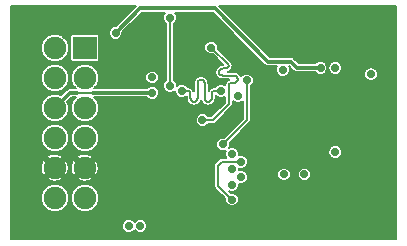
<source format=gbr>
G04 #@! TF.GenerationSoftware,KiCad,Pcbnew,5.0.2*
G04 #@! TF.CreationDate,2020-08-28T22:47:43+02:00*
G04 #@! TF.ProjectId,pmod-wifi-esp32,706d6f64-2d77-4696-9669-2d6573703332,2*
G04 #@! TF.SameCoordinates,Original*
G04 #@! TF.FileFunction,Copper,L4,Bot*
G04 #@! TF.FilePolarity,Positive*
%FSLAX46Y46*%
G04 Gerber Fmt 4.6, Leading zero omitted, Abs format (unit mm)*
G04 Created by KiCad (PCBNEW 5.0.2) date ven. 28 août 2020 22:47:43 CEST*
%MOMM*%
%LPD*%
G01*
G04 APERTURE LIST*
G04 #@! TA.AperFunction,ComponentPad*
%ADD10R,2.000000X1.900000*%
G04 #@! TD*
G04 #@! TA.AperFunction,ComponentPad*
%ADD11C,1.900000*%
G04 #@! TD*
G04 #@! TA.AperFunction,ViaPad*
%ADD12C,0.711200*%
G04 #@! TD*
G04 #@! TA.AperFunction,Conductor*
%ADD13C,0.406400*%
G04 #@! TD*
G04 #@! TA.AperFunction,Conductor*
%ADD14C,0.304800*%
G04 #@! TD*
G04 #@! TA.AperFunction,Conductor*
%ADD15C,0.203200*%
G04 #@! TD*
G04 #@! TA.AperFunction,Conductor*
%ADD16C,0.152400*%
G04 #@! TD*
G04 APERTURE END LIST*
D10*
G04 #@! TO.P,P1,1*
G04 #@! TO.N,PMOD_CTS*
X136040000Y-98650000D03*
D11*
G04 #@! TO.P,P1,2*
G04 #@! TO.N,PMOD_TXD*
X136040000Y-101190000D03*
G04 #@! TO.P,P1,3*
G04 #@! TO.N,PMOD_RXD*
X136040000Y-103730000D03*
G04 #@! TO.P,P1,4*
G04 #@! TO.N,PMOD_RTS*
X136040000Y-106270000D03*
G04 #@! TO.P,P1,5*
G04 #@! TO.N,GND*
X136040000Y-108810000D03*
G04 #@! TO.P,P1,6*
G04 #@! TO.N,VCC*
X136040000Y-111350000D03*
G04 #@! TO.P,P1,7*
G04 #@! TO.N,PMOD_IRQ*
X133500000Y-98650000D03*
G04 #@! TO.P,P1,8*
G04 #@! TO.N,PMOD_RST*
X133500000Y-101190000D03*
G04 #@! TO.P,P1,9*
G04 #@! TO.N,PMOD_BOOT*
X133500000Y-103730000D03*
G04 #@! TO.P,P1,10*
G04 #@! TO.N,Net-(P1-Pad10)*
X133500000Y-106270000D03*
G04 #@! TO.P,P1,11*
G04 #@! TO.N,GND*
X133500000Y-108810000D03*
G04 #@! TO.P,P1,12*
G04 #@! TO.N,VCC*
X133500000Y-111350000D03*
G04 #@! TD*
D12*
G04 #@! TO.N,GND*
X152250000Y-110750000D03*
X154750000Y-112750000D03*
X156500000Y-113500000D03*
X160750000Y-109750000D03*
X160250000Y-108260000D03*
X162000000Y-108260000D03*
X149250000Y-111000000D03*
X157610000Y-103750000D03*
X158740000Y-100900000D03*
X149750000Y-96100000D03*
X132900000Y-113800000D03*
X139750000Y-97390000D03*
X152800000Y-97000000D03*
X162000000Y-97400000D03*
X152250000Y-104250000D03*
X152250000Y-105750000D03*
X153750000Y-104250000D03*
X153750000Y-105750000D03*
X149050000Y-106830000D03*
X162000000Y-105500000D03*
X162000000Y-114500000D03*
X145000000Y-96100000D03*
G04 #@! TO.N,PMOD_CTS*
X148500000Y-108950000D03*
G04 #@! TO.N,PMOD_TXD*
X149250000Y-109600000D03*
G04 #@! TO.N,PMOD_RXD*
X148500000Y-110250000D03*
G04 #@! TO.N,PMOD_RTS*
X149250000Y-108300000D03*
X148500000Y-111500000D03*
G04 #@! TO.N,PMOD_RST*
X156000000Y-100350000D03*
X138640000Y-97390000D03*
G04 #@! TO.N,+3.3V*
X154630000Y-109370000D03*
X152900000Y-109370000D03*
X148500000Y-107630000D03*
X160260000Y-100900000D03*
X157250000Y-100350000D03*
X139750000Y-113750000D03*
X140750000Y-113740000D03*
X152800000Y-100500000D03*
X157250000Y-107500000D03*
G04 #@! TO.N,+VMEM*
X149000000Y-102750000D03*
X141750000Y-101160000D03*
G04 #@! TO.N,PMOD_BOOT*
X149750000Y-101410000D03*
X147710000Y-106830000D03*
X141750000Y-102460000D03*
G04 #@! TO.N,FL_SDI*
X143250000Y-96100000D03*
X143250000Y-101870000D03*
G04 #@! TO.N,FL_SDO*
X146750000Y-98630000D03*
X146000000Y-104780000D03*
G04 #@! TO.N,FL_SHD*
X147560000Y-102280000D03*
X144250000Y-102280000D03*
G04 #@! TD*
D13*
G04 #@! TO.N,GND*
X156500000Y-113500000D02*
X149900000Y-113500000D01*
X149900000Y-113500000D02*
X149250000Y-112850000D01*
X149250000Y-112850000D02*
X149250000Y-111000000D01*
X156500000Y-113500000D02*
X159370000Y-113500000D01*
X159370000Y-113500000D02*
X160750000Y-112120000D01*
X160750000Y-112120000D02*
X160750000Y-109750000D01*
X162000000Y-108260000D02*
X160250000Y-108260000D01*
X160250000Y-108260000D02*
X160250000Y-109250000D01*
X160250000Y-109250000D02*
X160750000Y-109750000D01*
D14*
X160250000Y-108260000D02*
X160250000Y-106390000D01*
X160250000Y-106390000D02*
X157610000Y-103750000D01*
D13*
X158740000Y-100900000D02*
X158740000Y-102620000D01*
X158740000Y-102620000D02*
X157610000Y-103750000D01*
X158740000Y-98390000D02*
X158740000Y-100900000D01*
X132900000Y-113800000D02*
X132000000Y-112900000D01*
X132000000Y-112900000D02*
X132000000Y-110310000D01*
X132000000Y-110310000D02*
X133500000Y-108810000D01*
X133500000Y-108810000D02*
X134770000Y-110080000D01*
X136040000Y-108810000D02*
X134770000Y-110080000D01*
X149250000Y-112850000D02*
X140080000Y-112850000D01*
X140080000Y-112850000D02*
X136040000Y-108810000D01*
X149750000Y-96100000D02*
X151900000Y-96100000D01*
X151900000Y-96100000D02*
X152800000Y-97000000D01*
X152800000Y-97000000D02*
X157350000Y-97000000D01*
X157350000Y-97000000D02*
X158740000Y-98390000D01*
X162000000Y-97400000D02*
X159730000Y-97400000D01*
X159730000Y-97400000D02*
X158740000Y-98390000D01*
D14*
X152250000Y-105750000D02*
X153750000Y-105750000D01*
X152250000Y-105750000D02*
X152250000Y-104250000D01*
X152250000Y-104250000D02*
X153750000Y-104250000D01*
X157610000Y-103750000D02*
X155480000Y-103750000D01*
X155480000Y-103750000D02*
X154980000Y-104250000D01*
X154980000Y-104250000D02*
X153750000Y-104250000D01*
D15*
G04 #@! TO.N,PMOD_RTS*
X149250000Y-108300000D02*
X147660000Y-108300000D01*
X147660000Y-108300000D02*
X147310000Y-108650000D01*
X147310000Y-108650000D02*
X147310000Y-110310000D01*
X147310000Y-110310000D02*
X148500000Y-111500000D01*
D14*
G04 #@! TO.N,PMOD_RST*
X138640000Y-97390000D02*
X140730000Y-95300000D01*
X140730000Y-95300000D02*
X147020000Y-95300000D01*
X147020000Y-95300000D02*
X151545000Y-99825000D01*
X154000000Y-100350000D02*
X156000000Y-100350000D01*
X151545000Y-99825000D02*
X153475000Y-99825000D01*
X153475000Y-99825000D02*
X154000000Y-100350000D01*
D15*
G04 #@! TO.N,PMOD_BOOT*
X149750000Y-101410000D02*
X149750000Y-104790000D01*
X149750000Y-104790000D02*
X147710000Y-106830000D01*
D14*
X133500000Y-103730000D02*
X134770000Y-102460000D01*
X134770000Y-102460000D02*
X135390000Y-102460000D01*
X141750000Y-102460000D02*
X136700000Y-102460000D01*
D15*
X135390000Y-102460000D02*
X136700000Y-102460000D01*
G04 #@! TO.N,FL_SDI*
X143250000Y-101870000D02*
X143250000Y-96100000D01*
G04 #@! TO.N,FL_SDO*
X148220000Y-103430000D02*
X146870000Y-104780000D01*
X147520774Y-100934549D02*
X147577655Y-100970290D01*
X147520774Y-100465450D02*
X147473271Y-100512953D01*
X147437530Y-100830165D02*
X147473271Y-100887046D01*
X147641064Y-100992478D02*
X147707821Y-101000000D01*
X147415342Y-100633243D02*
X147407821Y-100700000D01*
X147437530Y-100569834D02*
X147415342Y-100633243D01*
X147415342Y-100766756D02*
X147437530Y-100830165D01*
X147641064Y-100407521D02*
X147577655Y-100429709D01*
X148227522Y-101833243D02*
X148220000Y-101900000D01*
X148212478Y-100166756D02*
X148190290Y-100230165D01*
X147473271Y-100887046D02*
X147520774Y-100934549D01*
X148916729Y-101487046D02*
X148869226Y-101534549D01*
X147407821Y-100700000D02*
X147415342Y-100766756D01*
X147577655Y-100429709D02*
X147520774Y-100465450D01*
X148952470Y-101169834D02*
X148974658Y-101233243D01*
X148982179Y-101300000D02*
X148974658Y-101366756D01*
X147707821Y-101000000D02*
X148682179Y-101000000D01*
X148154549Y-100287046D02*
X148107046Y-100334549D01*
X148332954Y-101665450D02*
X148285451Y-101712953D01*
X147986756Y-100392478D02*
X147920000Y-100400000D01*
X147920000Y-100400000D02*
X147707821Y-100400000D01*
X148107046Y-100334549D02*
X148050165Y-100370290D01*
X146750000Y-98630000D02*
X148220000Y-100100000D01*
X148869226Y-101065450D02*
X148916729Y-101112953D01*
X148748936Y-101592478D02*
X148682179Y-101600000D01*
X148190290Y-100230165D02*
X148154549Y-100287046D01*
X148220000Y-100100000D02*
X148212478Y-100166756D01*
X148249710Y-101769834D02*
X148227522Y-101833243D01*
X147473271Y-100512953D02*
X147437530Y-100569834D01*
X148050165Y-100370290D02*
X147986756Y-100392478D01*
X147577655Y-100970290D02*
X147641064Y-100992478D01*
X148682179Y-101600000D02*
X148520000Y-101600000D01*
X147707821Y-100400000D02*
X147641064Y-100407521D01*
X148916729Y-101112953D02*
X148952470Y-101169834D01*
X148389835Y-101629709D02*
X148332954Y-101665450D01*
X148682179Y-101000000D02*
X148748936Y-101007521D01*
X148748936Y-101007521D02*
X148812345Y-101029709D01*
X148812345Y-101029709D02*
X148869226Y-101065450D01*
X148952470Y-101430165D02*
X148916729Y-101487046D01*
X148220000Y-101900000D02*
X148220000Y-103430000D01*
X148974658Y-101233243D02*
X148982179Y-101300000D01*
X148869226Y-101534549D02*
X148812345Y-101570290D01*
X148812345Y-101570290D02*
X148748936Y-101592478D01*
X148520000Y-101600000D02*
X148453244Y-101607521D01*
X146870000Y-104780000D02*
X146000000Y-104780000D01*
X148974658Y-101366756D02*
X148952470Y-101430165D01*
X148453244Y-101607521D02*
X148389835Y-101629709D01*
X148285451Y-101712953D02*
X148249710Y-101769834D01*
G04 #@! TO.N,FL_SHD*
X147013243Y-102287521D02*
X147080000Y-102280000D01*
X146949834Y-102309709D02*
X147013243Y-102287521D01*
X146780000Y-102910554D02*
X146780000Y-102580000D01*
X146714549Y-103097600D02*
X146750290Y-103040719D01*
X146610165Y-103180844D02*
X146667046Y-103145103D01*
X146546756Y-103203032D02*
X146610165Y-103180844D01*
X146480000Y-103210554D02*
X146546756Y-103203032D01*
X145550290Y-103040719D02*
X145572478Y-102977310D01*
X146845450Y-102392953D02*
X146892953Y-102345450D01*
X144972478Y-102513243D02*
X144980000Y-102580000D01*
X146892953Y-102345450D02*
X146949834Y-102309709D01*
X145346756Y-103203032D02*
X145410165Y-103180844D01*
X146245450Y-103097600D02*
X146292953Y-103145103D01*
X146809709Y-102449834D02*
X146845450Y-102392953D01*
X145280000Y-103210554D02*
X145346756Y-103203032D01*
X146787521Y-102513243D02*
X146809709Y-102449834D01*
X145213243Y-103203032D02*
X145280000Y-103210554D01*
X147461648Y-102280000D02*
X147560000Y-102280000D01*
X145580000Y-102910554D02*
X145580000Y-101649446D01*
X147080000Y-102280000D02*
X147461648Y-102280000D01*
X144987521Y-102977310D02*
X145009709Y-103040719D01*
X146772478Y-102977310D02*
X146780000Y-102910554D01*
X145045450Y-103097600D02*
X145092953Y-103145103D01*
X146750290Y-103040719D02*
X146772478Y-102977310D01*
X145009709Y-103040719D02*
X145045450Y-103097600D01*
X144250000Y-102280000D02*
X144680000Y-102280000D01*
X145092953Y-103145103D02*
X145149834Y-103180844D01*
X145880000Y-101349446D02*
X145946756Y-101356968D01*
X145514549Y-103097600D02*
X145550290Y-103040719D01*
X145572478Y-102977310D02*
X145580000Y-102910554D01*
X145467046Y-103145103D02*
X145514549Y-103097600D01*
X145410165Y-103180844D02*
X145467046Y-103145103D01*
X144810165Y-102309709D02*
X144867046Y-102345450D01*
X146172478Y-101582690D02*
X146180000Y-101649446D01*
X144746756Y-102287521D02*
X144810165Y-102309709D01*
X146067046Y-101414897D02*
X146114549Y-101462400D01*
X146349834Y-103180844D02*
X146413243Y-103203032D01*
X144680000Y-102280000D02*
X144746756Y-102287521D01*
X144867046Y-102345450D02*
X144914549Y-102392953D01*
X146780000Y-102580000D02*
X146787521Y-102513243D01*
X145149834Y-103180844D02*
X145213243Y-103203032D01*
X145946756Y-101356968D02*
X146010165Y-101379156D01*
X145580000Y-101649446D02*
X145587521Y-101582690D01*
X144914549Y-102392953D02*
X144950290Y-102449834D01*
X144980000Y-102580000D02*
X144980000Y-102910554D01*
X146180000Y-102910554D02*
X146187521Y-102977310D01*
X144980000Y-102910554D02*
X144987521Y-102977310D01*
X145587521Y-101582690D02*
X145609709Y-101519281D01*
X145609709Y-101519281D02*
X145645450Y-101462400D01*
X145645450Y-101462400D02*
X145692953Y-101414897D01*
X145692953Y-101414897D02*
X145749834Y-101379156D01*
X145749834Y-101379156D02*
X145813243Y-101356968D01*
X145813243Y-101356968D02*
X145880000Y-101349446D01*
X146667046Y-103145103D02*
X146714549Y-103097600D01*
X144950290Y-102449834D02*
X144972478Y-102513243D01*
X146010165Y-101379156D02*
X146067046Y-101414897D01*
X146292953Y-103145103D02*
X146349834Y-103180844D01*
X146114549Y-101462400D02*
X146150290Y-101519281D01*
X146150290Y-101519281D02*
X146172478Y-101582690D01*
X146180000Y-101649446D02*
X146180000Y-102910554D01*
X146187521Y-102977310D02*
X146209709Y-103040719D01*
X146209709Y-103040719D02*
X146245450Y-103097600D01*
X146413243Y-103203032D02*
X146480000Y-103210554D01*
G04 #@! TD*
D16*
G04 #@! TO.N,GND*
G36*
X138685385Y-96805800D02*
X138523795Y-96805800D01*
X138309077Y-96894739D01*
X138144739Y-97059077D01*
X138055800Y-97273795D01*
X138055800Y-97506205D01*
X138144739Y-97720923D01*
X138309077Y-97885261D01*
X138523795Y-97974200D01*
X138756205Y-97974200D01*
X138970923Y-97885261D01*
X139135261Y-97720923D01*
X139224200Y-97506205D01*
X139224200Y-97344615D01*
X140887815Y-95681000D01*
X142842816Y-95681000D01*
X142754739Y-95769077D01*
X142665800Y-95983795D01*
X142665800Y-96216205D01*
X142754739Y-96430923D01*
X142919077Y-96595261D01*
X142919801Y-96595561D01*
X142919800Y-101374439D01*
X142919077Y-101374739D01*
X142754739Y-101539077D01*
X142665800Y-101753795D01*
X142665800Y-101986205D01*
X142754739Y-102200923D01*
X142919077Y-102365261D01*
X143133795Y-102454200D01*
X143366205Y-102454200D01*
X143580923Y-102365261D01*
X143665800Y-102280384D01*
X143665800Y-102396205D01*
X143754739Y-102610923D01*
X143919077Y-102775261D01*
X144133795Y-102864200D01*
X144366205Y-102864200D01*
X144580923Y-102775261D01*
X144649800Y-102706384D01*
X144649800Y-102896652D01*
X144648235Y-102915204D01*
X144649800Y-102929095D01*
X144649800Y-102943076D01*
X144652214Y-102955210D01*
X144651382Y-102958434D01*
X144659915Y-103018876D01*
X144663038Y-103046594D01*
X144664457Y-103051046D01*
X144665110Y-103055672D01*
X144674320Y-103081993D01*
X144677906Y-103093242D01*
X144677797Y-103097114D01*
X144685930Y-103118419D01*
X144692859Y-103140160D01*
X144695359Y-103143121D01*
X144699568Y-103154147D01*
X144708781Y-103180475D01*
X144711155Y-103184499D01*
X144712819Y-103188859D01*
X144727645Y-103212455D01*
X144733652Y-103222638D01*
X144734408Y-103226437D01*
X144747082Y-103245405D01*
X144758675Y-103265058D01*
X144761770Y-103267387D01*
X144768339Y-103277219D01*
X144783166Y-103300815D01*
X144786371Y-103304206D01*
X144788967Y-103308090D01*
X144808693Y-103327816D01*
X144816796Y-103336387D01*
X144818378Y-103339922D01*
X144834957Y-103355596D01*
X144850631Y-103372175D01*
X144854166Y-103373757D01*
X144862747Y-103381870D01*
X144882463Y-103401585D01*
X144886344Y-103404178D01*
X144889738Y-103407387D01*
X144913359Y-103422229D01*
X144923164Y-103428781D01*
X144925495Y-103431878D01*
X144945161Y-103443479D01*
X144964116Y-103456144D01*
X144967912Y-103456899D01*
X144978098Y-103462908D01*
X145001694Y-103477734D01*
X145006054Y-103479398D01*
X145010078Y-103481772D01*
X145036401Y-103490983D01*
X145047430Y-103495193D01*
X145050389Y-103497692D01*
X145072123Y-103504619D01*
X145093438Y-103512756D01*
X145097311Y-103512647D01*
X145108563Y-103516234D01*
X145134881Y-103525443D01*
X145139504Y-103526096D01*
X145143954Y-103527514D01*
X145171677Y-103530638D01*
X145183356Y-103532287D01*
X145186800Y-103534066D01*
X145209550Y-103535985D01*
X145232119Y-103539171D01*
X145235867Y-103538204D01*
X145247635Y-103539197D01*
X145275344Y-103542319D01*
X145279999Y-103541926D01*
X145284655Y-103542319D01*
X145312376Y-103539195D01*
X145324131Y-103538204D01*
X145327880Y-103539171D01*
X145350462Y-103535983D01*
X145373200Y-103534065D01*
X145376642Y-103532287D01*
X145388322Y-103530638D01*
X145416045Y-103527514D01*
X145420495Y-103526096D01*
X145425118Y-103525443D01*
X145451436Y-103516234D01*
X145462688Y-103512647D01*
X145466560Y-103512756D01*
X145487872Y-103504621D01*
X145509610Y-103497692D01*
X145512570Y-103495193D01*
X145523593Y-103490985D01*
X145549921Y-103481772D01*
X145553945Y-103479398D01*
X145558305Y-103477734D01*
X145581901Y-103462908D01*
X145592084Y-103456901D01*
X145595883Y-103456145D01*
X145614851Y-103443471D01*
X145634504Y-103431878D01*
X145636833Y-103428783D01*
X145646665Y-103422214D01*
X145670261Y-103407387D01*
X145673652Y-103404182D01*
X145677536Y-103401586D01*
X145697262Y-103381860D01*
X145705833Y-103373757D01*
X145709368Y-103372175D01*
X145725042Y-103355596D01*
X145741621Y-103339922D01*
X145743203Y-103336387D01*
X145751316Y-103327806D01*
X145771031Y-103308090D01*
X145773624Y-103304209D01*
X145776833Y-103300815D01*
X145791675Y-103277194D01*
X145798227Y-103267389D01*
X145801324Y-103265058D01*
X145812925Y-103245392D01*
X145825590Y-103226437D01*
X145826345Y-103222641D01*
X145832354Y-103212455D01*
X145847180Y-103188859D01*
X145848844Y-103184499D01*
X145851218Y-103180475D01*
X145860429Y-103154152D01*
X145864639Y-103143123D01*
X145867137Y-103140165D01*
X145874063Y-103118437D01*
X145880000Y-103102884D01*
X145885930Y-103118419D01*
X145892859Y-103140160D01*
X145895359Y-103143121D01*
X145899568Y-103154147D01*
X145908781Y-103180475D01*
X145911155Y-103184499D01*
X145912819Y-103188859D01*
X145927645Y-103212455D01*
X145933652Y-103222638D01*
X145934408Y-103226437D01*
X145947082Y-103245405D01*
X145958675Y-103265058D01*
X145961770Y-103267387D01*
X145968339Y-103277219D01*
X145983166Y-103300815D01*
X145986371Y-103304206D01*
X145988967Y-103308090D01*
X146008693Y-103327816D01*
X146016796Y-103336387D01*
X146018378Y-103339922D01*
X146034957Y-103355596D01*
X146050631Y-103372175D01*
X146054166Y-103373757D01*
X146062747Y-103381870D01*
X146082463Y-103401585D01*
X146086344Y-103404178D01*
X146089738Y-103407387D01*
X146113359Y-103422229D01*
X146123164Y-103428781D01*
X146125495Y-103431878D01*
X146145161Y-103443479D01*
X146164116Y-103456144D01*
X146167912Y-103456899D01*
X146178098Y-103462908D01*
X146201694Y-103477734D01*
X146206054Y-103479398D01*
X146210078Y-103481772D01*
X146236401Y-103490983D01*
X146247430Y-103495193D01*
X146250389Y-103497692D01*
X146272123Y-103504619D01*
X146293438Y-103512756D01*
X146297311Y-103512647D01*
X146308563Y-103516234D01*
X146334881Y-103525443D01*
X146339504Y-103526096D01*
X146343954Y-103527514D01*
X146371677Y-103530638D01*
X146383356Y-103532287D01*
X146386800Y-103534066D01*
X146409550Y-103535985D01*
X146432119Y-103539171D01*
X146435867Y-103538204D01*
X146447635Y-103539197D01*
X146475344Y-103542319D01*
X146479999Y-103541926D01*
X146484655Y-103542319D01*
X146512376Y-103539195D01*
X146524131Y-103538204D01*
X146527880Y-103539171D01*
X146550462Y-103535983D01*
X146573200Y-103534065D01*
X146576642Y-103532287D01*
X146588322Y-103530638D01*
X146616045Y-103527514D01*
X146620495Y-103526096D01*
X146625118Y-103525443D01*
X146651436Y-103516234D01*
X146662688Y-103512647D01*
X146666560Y-103512756D01*
X146687872Y-103504621D01*
X146709610Y-103497692D01*
X146712570Y-103495193D01*
X146723593Y-103490985D01*
X146749921Y-103481772D01*
X146753945Y-103479398D01*
X146758305Y-103477734D01*
X146781901Y-103462908D01*
X146792084Y-103456901D01*
X146795883Y-103456145D01*
X146814851Y-103443471D01*
X146834504Y-103431878D01*
X146836833Y-103428783D01*
X146846665Y-103422214D01*
X146870261Y-103407387D01*
X146873652Y-103404182D01*
X146877536Y-103401586D01*
X146897262Y-103381860D01*
X146905833Y-103373757D01*
X146909368Y-103372175D01*
X146925042Y-103355596D01*
X146941621Y-103339922D01*
X146943203Y-103336387D01*
X146951316Y-103327806D01*
X146971031Y-103308090D01*
X146973624Y-103304209D01*
X146976833Y-103300815D01*
X146991675Y-103277194D01*
X146998227Y-103267389D01*
X147001324Y-103265058D01*
X147012925Y-103245392D01*
X147025590Y-103226437D01*
X147026345Y-103222641D01*
X147032354Y-103212455D01*
X147047180Y-103188859D01*
X147048844Y-103184499D01*
X147051218Y-103180475D01*
X147060429Y-103154152D01*
X147064639Y-103143123D01*
X147067137Y-103140165D01*
X147074063Y-103118437D01*
X147082202Y-103097115D01*
X147082093Y-103093242D01*
X147085679Y-103081992D01*
X147094889Y-103055672D01*
X147095541Y-103051050D01*
X147096960Y-103046600D01*
X147100084Y-103018873D01*
X147108617Y-102958434D01*
X147107786Y-102955212D01*
X147110200Y-102943076D01*
X147110200Y-102929099D01*
X147111765Y-102915210D01*
X147110200Y-102896654D01*
X147110200Y-102656384D01*
X147229077Y-102775261D01*
X147443795Y-102864200D01*
X147676205Y-102864200D01*
X147889801Y-102775726D01*
X147889801Y-103293226D01*
X146733227Y-104449800D01*
X146495560Y-104449800D01*
X146495261Y-104449077D01*
X146330923Y-104284739D01*
X146116205Y-104195800D01*
X145883795Y-104195800D01*
X145669077Y-104284739D01*
X145504739Y-104449077D01*
X145415800Y-104663795D01*
X145415800Y-104896205D01*
X145504739Y-105110923D01*
X145669077Y-105275261D01*
X145883795Y-105364200D01*
X146116205Y-105364200D01*
X146330923Y-105275261D01*
X146495261Y-105110923D01*
X146495560Y-105110200D01*
X146837478Y-105110200D01*
X146870000Y-105116669D01*
X146902522Y-105110200D01*
X146998838Y-105091042D01*
X147108061Y-105018061D01*
X147126484Y-104990489D01*
X148430489Y-103686484D01*
X148458061Y-103668061D01*
X148531042Y-103558838D01*
X148550200Y-103462522D01*
X148550200Y-103462518D01*
X148556668Y-103430001D01*
X148550200Y-103397484D01*
X148550200Y-103126384D01*
X148669077Y-103245261D01*
X148883795Y-103334200D01*
X149116205Y-103334200D01*
X149330923Y-103245261D01*
X149419801Y-103156383D01*
X149419801Y-104653226D01*
X147826928Y-106246099D01*
X147826205Y-106245800D01*
X147593795Y-106245800D01*
X147379077Y-106334739D01*
X147214739Y-106499077D01*
X147125800Y-106713795D01*
X147125800Y-106946205D01*
X147214739Y-107160923D01*
X147379077Y-107325261D01*
X147593795Y-107414200D01*
X147826205Y-107414200D01*
X147984153Y-107348776D01*
X147915800Y-107513795D01*
X147915800Y-107746205D01*
X148004739Y-107960923D01*
X148013616Y-107969800D01*
X147692522Y-107969800D01*
X147660000Y-107963331D01*
X147627478Y-107969800D01*
X147531162Y-107988958D01*
X147421939Y-108061939D01*
X147403516Y-108089511D01*
X147099509Y-108393518D01*
X147071939Y-108411940D01*
X147053518Y-108439509D01*
X147053517Y-108439510D01*
X146998958Y-108521163D01*
X146973331Y-108650000D01*
X146979800Y-108682522D01*
X146979801Y-110277473D01*
X146973331Y-110310000D01*
X146998958Y-110438837D01*
X147053517Y-110520490D01*
X147053519Y-110520492D01*
X147071940Y-110548061D01*
X147099509Y-110566482D01*
X147916099Y-111383073D01*
X147915800Y-111383795D01*
X147915800Y-111616205D01*
X148004739Y-111830923D01*
X148169077Y-111995261D01*
X148383795Y-112084200D01*
X148616205Y-112084200D01*
X148830923Y-111995261D01*
X148995261Y-111830923D01*
X149084200Y-111616205D01*
X149084200Y-111383795D01*
X148995261Y-111169077D01*
X148830923Y-111004739D01*
X148616205Y-110915800D01*
X148383795Y-110915800D01*
X148383073Y-110916099D01*
X148242752Y-110775778D01*
X148383795Y-110834200D01*
X148616205Y-110834200D01*
X148830923Y-110745261D01*
X148995261Y-110580923D01*
X149084200Y-110366205D01*
X149084200Y-110163657D01*
X149133795Y-110184200D01*
X149366205Y-110184200D01*
X149580923Y-110095261D01*
X149745261Y-109930923D01*
X149834200Y-109716205D01*
X149834200Y-109483795D01*
X149745261Y-109269077D01*
X149729979Y-109253795D01*
X152315800Y-109253795D01*
X152315800Y-109486205D01*
X152404739Y-109700923D01*
X152569077Y-109865261D01*
X152783795Y-109954200D01*
X153016205Y-109954200D01*
X153230923Y-109865261D01*
X153395261Y-109700923D01*
X153484200Y-109486205D01*
X153484200Y-109253795D01*
X154045800Y-109253795D01*
X154045800Y-109486205D01*
X154134739Y-109700923D01*
X154299077Y-109865261D01*
X154513795Y-109954200D01*
X154746205Y-109954200D01*
X154960923Y-109865261D01*
X155125261Y-109700923D01*
X155214200Y-109486205D01*
X155214200Y-109253795D01*
X155125261Y-109039077D01*
X154960923Y-108874739D01*
X154746205Y-108785800D01*
X154513795Y-108785800D01*
X154299077Y-108874739D01*
X154134739Y-109039077D01*
X154045800Y-109253795D01*
X153484200Y-109253795D01*
X153395261Y-109039077D01*
X153230923Y-108874739D01*
X153016205Y-108785800D01*
X152783795Y-108785800D01*
X152569077Y-108874739D01*
X152404739Y-109039077D01*
X152315800Y-109253795D01*
X149729979Y-109253795D01*
X149580923Y-109104739D01*
X149366205Y-109015800D01*
X149133795Y-109015800D01*
X149084200Y-109036343D01*
X149084200Y-108863657D01*
X149133795Y-108884200D01*
X149366205Y-108884200D01*
X149580923Y-108795261D01*
X149745261Y-108630923D01*
X149834200Y-108416205D01*
X149834200Y-108183795D01*
X149745261Y-107969077D01*
X149580923Y-107804739D01*
X149366205Y-107715800D01*
X149133795Y-107715800D01*
X149084200Y-107736343D01*
X149084200Y-107513795D01*
X149030353Y-107383795D01*
X156665800Y-107383795D01*
X156665800Y-107616205D01*
X156754739Y-107830923D01*
X156919077Y-107995261D01*
X157133795Y-108084200D01*
X157366205Y-108084200D01*
X157580923Y-107995261D01*
X157745261Y-107830923D01*
X157834200Y-107616205D01*
X157834200Y-107383795D01*
X157745261Y-107169077D01*
X157580923Y-107004739D01*
X157366205Y-106915800D01*
X157133795Y-106915800D01*
X156919077Y-107004739D01*
X156754739Y-107169077D01*
X156665800Y-107383795D01*
X149030353Y-107383795D01*
X148995261Y-107299077D01*
X148830923Y-107134739D01*
X148616205Y-107045800D01*
X148383795Y-107045800D01*
X148225847Y-107111224D01*
X148294200Y-106946205D01*
X148294200Y-106713795D01*
X148293901Y-106713072D01*
X149960489Y-105046484D01*
X149988061Y-105028061D01*
X150061042Y-104918838D01*
X150080200Y-104822522D01*
X150086669Y-104790000D01*
X150080200Y-104757478D01*
X150080200Y-101905560D01*
X150080923Y-101905261D01*
X150245261Y-101740923D01*
X150334200Y-101526205D01*
X150334200Y-101293795D01*
X150245261Y-101079077D01*
X150080923Y-100914739D01*
X149866205Y-100825800D01*
X149633795Y-100825800D01*
X149419077Y-100914739D01*
X149266699Y-101067117D01*
X149262609Y-101056401D01*
X149253398Y-101030078D01*
X149251024Y-101026054D01*
X149249360Y-101021694D01*
X149234534Y-100998098D01*
X149228525Y-100987912D01*
X149227770Y-100984116D01*
X149215105Y-100965161D01*
X149203504Y-100945495D01*
X149200407Y-100943164D01*
X149193855Y-100933359D01*
X149179013Y-100909738D01*
X149175804Y-100906344D01*
X149173211Y-100902463D01*
X149153496Y-100882747D01*
X149145383Y-100874166D01*
X149143801Y-100870631D01*
X149127222Y-100854957D01*
X149111548Y-100838378D01*
X149108013Y-100836796D01*
X149099442Y-100828693D01*
X149079716Y-100808967D01*
X149075832Y-100806371D01*
X149072441Y-100803166D01*
X149048845Y-100788339D01*
X149039013Y-100781770D01*
X149036684Y-100778675D01*
X149017031Y-100767082D01*
X148998063Y-100754408D01*
X148994264Y-100753652D01*
X148984081Y-100747645D01*
X148960485Y-100732819D01*
X148956125Y-100731155D01*
X148952101Y-100728781D01*
X148925773Y-100719568D01*
X148914747Y-100715359D01*
X148911786Y-100712859D01*
X148890045Y-100705930D01*
X148868740Y-100697797D01*
X148864868Y-100697906D01*
X148853619Y-100694320D01*
X148827298Y-100685110D01*
X148822672Y-100684457D01*
X148818220Y-100683038D01*
X148790504Y-100679915D01*
X148730060Y-100671382D01*
X148726836Y-100672214D01*
X148714701Y-100669800D01*
X148700719Y-100669800D01*
X148686828Y-100668235D01*
X148668277Y-100669800D01*
X148192325Y-100669800D01*
X148193945Y-100668844D01*
X148198305Y-100667180D01*
X148221901Y-100652354D01*
X148232084Y-100646347D01*
X148235883Y-100645591D01*
X148254851Y-100632917D01*
X148274504Y-100621324D01*
X148276833Y-100618229D01*
X148286665Y-100611660D01*
X148310261Y-100596833D01*
X148313652Y-100593628D01*
X148317536Y-100591032D01*
X148337262Y-100571306D01*
X148345833Y-100563203D01*
X148349368Y-100561621D01*
X148365042Y-100545042D01*
X148381621Y-100529368D01*
X148383203Y-100525833D01*
X148391316Y-100517252D01*
X148411031Y-100497536D01*
X148413624Y-100493655D01*
X148416833Y-100490261D01*
X148431675Y-100466640D01*
X148438227Y-100456835D01*
X148441324Y-100454504D01*
X148452925Y-100434838D01*
X148465590Y-100415883D01*
X148466345Y-100412087D01*
X148472354Y-100401901D01*
X148487180Y-100378305D01*
X148488844Y-100373945D01*
X148491218Y-100369921D01*
X148500429Y-100343598D01*
X148504639Y-100332569D01*
X148507137Y-100329611D01*
X148514063Y-100307883D01*
X148522202Y-100286561D01*
X148522093Y-100282688D01*
X148525679Y-100271438D01*
X148534889Y-100245118D01*
X148535541Y-100240496D01*
X148536960Y-100236046D01*
X148540084Y-100208319D01*
X148548617Y-100147880D01*
X148547786Y-100144658D01*
X148556669Y-100100000D01*
X148547473Y-100053769D01*
X148543512Y-100006801D01*
X148534762Y-99989864D01*
X148531042Y-99971162D01*
X148504849Y-99931961D01*
X148483219Y-99890093D01*
X148443670Y-99856696D01*
X147333901Y-98746927D01*
X147334200Y-98746205D01*
X147334200Y-98513795D01*
X147245261Y-98299077D01*
X147080923Y-98134739D01*
X146866205Y-98045800D01*
X146633795Y-98045800D01*
X146419077Y-98134739D01*
X146254739Y-98299077D01*
X146165800Y-98513795D01*
X146165800Y-98746205D01*
X146254739Y-98960923D01*
X146419077Y-99125261D01*
X146633795Y-99214200D01*
X146866205Y-99214200D01*
X146866927Y-99213901D01*
X147722826Y-100069800D01*
X147721722Y-100069800D01*
X147703170Y-100068235D01*
X147689279Y-100069800D01*
X147675299Y-100069800D01*
X147663164Y-100072214D01*
X147659940Y-100071382D01*
X147599498Y-100079915D01*
X147571780Y-100083038D01*
X147567328Y-100084457D01*
X147562702Y-100085110D01*
X147536381Y-100094320D01*
X147525131Y-100097906D01*
X147521259Y-100097797D01*
X147499950Y-100105931D01*
X147478214Y-100112859D01*
X147475253Y-100115359D01*
X147464222Y-100119570D01*
X147437899Y-100128781D01*
X147433875Y-100131155D01*
X147429515Y-100132819D01*
X147405919Y-100147645D01*
X147395733Y-100153654D01*
X147391937Y-100154409D01*
X147372982Y-100167074D01*
X147353316Y-100178675D01*
X147350985Y-100181772D01*
X147341180Y-100188324D01*
X147317559Y-100203166D01*
X147314165Y-100206375D01*
X147310284Y-100208968D01*
X147290568Y-100228683D01*
X147281987Y-100236796D01*
X147278452Y-100238378D01*
X147262778Y-100254957D01*
X147246199Y-100270631D01*
X147244617Y-100274166D01*
X147236514Y-100282737D01*
X147216788Y-100302463D01*
X147214192Y-100306347D01*
X147210987Y-100309738D01*
X147196160Y-100333334D01*
X147189591Y-100343166D01*
X147186496Y-100345495D01*
X147174903Y-100365148D01*
X147162229Y-100384116D01*
X147161473Y-100387915D01*
X147155466Y-100398098D01*
X147140640Y-100421694D01*
X147138976Y-100426054D01*
X147136602Y-100430078D01*
X147127389Y-100456406D01*
X147123180Y-100467432D01*
X147120680Y-100470393D01*
X147113751Y-100492134D01*
X147105618Y-100513439D01*
X147105727Y-100517311D01*
X147102141Y-100528560D01*
X147092931Y-100554881D01*
X147092278Y-100559507D01*
X147090859Y-100563959D01*
X147087736Y-100591675D01*
X147086087Y-100603357D01*
X147084311Y-100606795D01*
X147082395Y-100629513D01*
X147079203Y-100652119D01*
X147080171Y-100655871D01*
X147079179Y-100667635D01*
X147076056Y-100695351D01*
X147076448Y-100700000D01*
X147076056Y-100704650D01*
X147079179Y-100732366D01*
X147080171Y-100744128D01*
X147079203Y-100747880D01*
X147082394Y-100770485D01*
X147084311Y-100793205D01*
X147086087Y-100796643D01*
X147087736Y-100808322D01*
X147090859Y-100836040D01*
X147092278Y-100840492D01*
X147092931Y-100845118D01*
X147102141Y-100871439D01*
X147105727Y-100882688D01*
X147105618Y-100886560D01*
X147113751Y-100907865D01*
X147120680Y-100929606D01*
X147123180Y-100932567D01*
X147127389Y-100943593D01*
X147136602Y-100969921D01*
X147138976Y-100973945D01*
X147140640Y-100978305D01*
X147155466Y-101001901D01*
X147161473Y-101012084D01*
X147162229Y-101015883D01*
X147174903Y-101034851D01*
X147186496Y-101054504D01*
X147189591Y-101056833D01*
X147196160Y-101066665D01*
X147210987Y-101090261D01*
X147214192Y-101093652D01*
X147216788Y-101097536D01*
X147236514Y-101117262D01*
X147244617Y-101125833D01*
X147246199Y-101129368D01*
X147262778Y-101145042D01*
X147278452Y-101161621D01*
X147281987Y-101163203D01*
X147290568Y-101171316D01*
X147310284Y-101191031D01*
X147314165Y-101193624D01*
X147317559Y-101196833D01*
X147341180Y-101211675D01*
X147350985Y-101218227D01*
X147353316Y-101221324D01*
X147372982Y-101232925D01*
X147391937Y-101245590D01*
X147395733Y-101246345D01*
X147405919Y-101252354D01*
X147429515Y-101267180D01*
X147433875Y-101268844D01*
X147437899Y-101271218D01*
X147464222Y-101280429D01*
X147475251Y-101284639D01*
X147478210Y-101287138D01*
X147499944Y-101294065D01*
X147521259Y-101302202D01*
X147525132Y-101302093D01*
X147536384Y-101305680D01*
X147562702Y-101314889D01*
X147567325Y-101315542D01*
X147571775Y-101316960D01*
X147599498Y-101320084D01*
X147659940Y-101328617D01*
X147663162Y-101327786D01*
X147675299Y-101330200D01*
X147689276Y-101330200D01*
X147703165Y-101331765D01*
X147721719Y-101330200D01*
X148247673Y-101330200D01*
X148246055Y-101331155D01*
X148241695Y-101332819D01*
X148218099Y-101347645D01*
X148207913Y-101353654D01*
X148204117Y-101354409D01*
X148185162Y-101367074D01*
X148165496Y-101378675D01*
X148163165Y-101381772D01*
X148153360Y-101388324D01*
X148129739Y-101403166D01*
X148126345Y-101406375D01*
X148122464Y-101408968D01*
X148102748Y-101428683D01*
X148094167Y-101436796D01*
X148090632Y-101438378D01*
X148074958Y-101454957D01*
X148058379Y-101470631D01*
X148056797Y-101474166D01*
X148048694Y-101482737D01*
X148028968Y-101502463D01*
X148026372Y-101506347D01*
X148023167Y-101509738D01*
X148008340Y-101533334D01*
X148001771Y-101543166D01*
X147998676Y-101545495D01*
X147987083Y-101565148D01*
X147974409Y-101584116D01*
X147973653Y-101587915D01*
X147967646Y-101598098D01*
X147952820Y-101621694D01*
X147951156Y-101626054D01*
X147948782Y-101630078D01*
X147939569Y-101656406D01*
X147935361Y-101667429D01*
X147932862Y-101670389D01*
X147925933Y-101692127D01*
X147917798Y-101713439D01*
X147917907Y-101717311D01*
X147914320Y-101728563D01*
X147905111Y-101754881D01*
X147904458Y-101759504D01*
X147903040Y-101763954D01*
X147899916Y-101791675D01*
X147899662Y-101793478D01*
X147890923Y-101784739D01*
X147676205Y-101695800D01*
X147443795Y-101695800D01*
X147229077Y-101784739D01*
X147064739Y-101949077D01*
X147064585Y-101949448D01*
X147061458Y-101949800D01*
X147047478Y-101949800D01*
X147035343Y-101952214D01*
X147032119Y-101951382D01*
X146971677Y-101959915D01*
X146943959Y-101963038D01*
X146939507Y-101964457D01*
X146934881Y-101965110D01*
X146908560Y-101974320D01*
X146897310Y-101977906D01*
X146893438Y-101977797D01*
X146872129Y-101985931D01*
X146850393Y-101992859D01*
X146847432Y-101995359D01*
X146836401Y-101999570D01*
X146810078Y-102008781D01*
X146806054Y-102011155D01*
X146801694Y-102012819D01*
X146778098Y-102027645D01*
X146767912Y-102033654D01*
X146764116Y-102034409D01*
X146745161Y-102047074D01*
X146725495Y-102058675D01*
X146723164Y-102061772D01*
X146713359Y-102068324D01*
X146689738Y-102083166D01*
X146686344Y-102086375D01*
X146682463Y-102088968D01*
X146662747Y-102108683D01*
X146654166Y-102116796D01*
X146650631Y-102118378D01*
X146634957Y-102134957D01*
X146618378Y-102150631D01*
X146616796Y-102154166D01*
X146608693Y-102162737D01*
X146588967Y-102182463D01*
X146586371Y-102186347D01*
X146583166Y-102189738D01*
X146568339Y-102213334D01*
X146561770Y-102223166D01*
X146558675Y-102225495D01*
X146547082Y-102245148D01*
X146534408Y-102264116D01*
X146533652Y-102267915D01*
X146527645Y-102278098D01*
X146512819Y-102301694D01*
X146511155Y-102306054D01*
X146510200Y-102307672D01*
X146510200Y-101663346D01*
X146511765Y-101644790D01*
X146510200Y-101630901D01*
X146510200Y-101616924D01*
X146507786Y-101604788D01*
X146508617Y-101601566D01*
X146500084Y-101541127D01*
X146496960Y-101513400D01*
X146495541Y-101508950D01*
X146494889Y-101504328D01*
X146485679Y-101478008D01*
X146482093Y-101466758D01*
X146482202Y-101462885D01*
X146474063Y-101441563D01*
X146467137Y-101419835D01*
X146464639Y-101416877D01*
X146460429Y-101405848D01*
X146451218Y-101379525D01*
X146448844Y-101375501D01*
X146447180Y-101371141D01*
X146432354Y-101347545D01*
X146426345Y-101337359D01*
X146425590Y-101333563D01*
X146412925Y-101314608D01*
X146401324Y-101294942D01*
X146398227Y-101292611D01*
X146391675Y-101282806D01*
X146376833Y-101259185D01*
X146373624Y-101255791D01*
X146371031Y-101251910D01*
X146351316Y-101232194D01*
X146343203Y-101223613D01*
X146341621Y-101220078D01*
X146325042Y-101204404D01*
X146309368Y-101187825D01*
X146305833Y-101186243D01*
X146297262Y-101178140D01*
X146277536Y-101158414D01*
X146273652Y-101155818D01*
X146270261Y-101152613D01*
X146246665Y-101137786D01*
X146236833Y-101131217D01*
X146234504Y-101128122D01*
X146214851Y-101116529D01*
X146195883Y-101103855D01*
X146192084Y-101103099D01*
X146181901Y-101097092D01*
X146158305Y-101082266D01*
X146153945Y-101080602D01*
X146149921Y-101078228D01*
X146123593Y-101069015D01*
X146112570Y-101064807D01*
X146109610Y-101062308D01*
X146087872Y-101055379D01*
X146066560Y-101047244D01*
X146062688Y-101047353D01*
X146051436Y-101043766D01*
X146025118Y-101034557D01*
X146020495Y-101033904D01*
X146016045Y-101032486D01*
X145988322Y-101029362D01*
X145976642Y-101027713D01*
X145973200Y-101025935D01*
X145950462Y-101024017D01*
X145927880Y-101020829D01*
X145924131Y-101021796D01*
X145912376Y-101020805D01*
X145884655Y-101017681D01*
X145879999Y-101018074D01*
X145875344Y-101017681D01*
X145847635Y-101020803D01*
X145835867Y-101021796D01*
X145832119Y-101020829D01*
X145809550Y-101024015D01*
X145786800Y-101025934D01*
X145783356Y-101027713D01*
X145771677Y-101029362D01*
X145743954Y-101032486D01*
X145739504Y-101033904D01*
X145734881Y-101034557D01*
X145708563Y-101043766D01*
X145697311Y-101047353D01*
X145693438Y-101047244D01*
X145672123Y-101055381D01*
X145650389Y-101062308D01*
X145647430Y-101064807D01*
X145636401Y-101069017D01*
X145610078Y-101078228D01*
X145606054Y-101080602D01*
X145601694Y-101082266D01*
X145578098Y-101097092D01*
X145567912Y-101103101D01*
X145564116Y-101103856D01*
X145545161Y-101116521D01*
X145525495Y-101128122D01*
X145523164Y-101131219D01*
X145513359Y-101137771D01*
X145489738Y-101152613D01*
X145486344Y-101155822D01*
X145482463Y-101158415D01*
X145462747Y-101178130D01*
X145454166Y-101186243D01*
X145450631Y-101187825D01*
X145434957Y-101204404D01*
X145418378Y-101220078D01*
X145416796Y-101223613D01*
X145408693Y-101232184D01*
X145388967Y-101251910D01*
X145386371Y-101255794D01*
X145383166Y-101259185D01*
X145368339Y-101282781D01*
X145361770Y-101292613D01*
X145358675Y-101294942D01*
X145347082Y-101314595D01*
X145334408Y-101333563D01*
X145333652Y-101337362D01*
X145327645Y-101347545D01*
X145312819Y-101371141D01*
X145311155Y-101375501D01*
X145308781Y-101379525D01*
X145299568Y-101405853D01*
X145295359Y-101416879D01*
X145292859Y-101419840D01*
X145285930Y-101441581D01*
X145277797Y-101462886D01*
X145277906Y-101466758D01*
X145274320Y-101478007D01*
X145265110Y-101504328D01*
X145264457Y-101508954D01*
X145263038Y-101513406D01*
X145259915Y-101541124D01*
X145251382Y-101601566D01*
X145252214Y-101604792D01*
X145249801Y-101616924D01*
X145249801Y-101630896D01*
X145248235Y-101644796D01*
X145249801Y-101663359D01*
X145249800Y-102307675D01*
X145248844Y-102306054D01*
X145247180Y-102301694D01*
X145232354Y-102278098D01*
X145226345Y-102267912D01*
X145225590Y-102264116D01*
X145212925Y-102245161D01*
X145201324Y-102225495D01*
X145198227Y-102223164D01*
X145191675Y-102213359D01*
X145176833Y-102189738D01*
X145173624Y-102186344D01*
X145171031Y-102182463D01*
X145151316Y-102162747D01*
X145143203Y-102154166D01*
X145141621Y-102150631D01*
X145125042Y-102134957D01*
X145109368Y-102118378D01*
X145105833Y-102116796D01*
X145097262Y-102108693D01*
X145077536Y-102088967D01*
X145073652Y-102086371D01*
X145070261Y-102083166D01*
X145046665Y-102068339D01*
X145036833Y-102061770D01*
X145034504Y-102058675D01*
X145014851Y-102047082D01*
X144995883Y-102034408D01*
X144992084Y-102033652D01*
X144981901Y-102027645D01*
X144958305Y-102012819D01*
X144953945Y-102011155D01*
X144949921Y-102008781D01*
X144923593Y-101999568D01*
X144912567Y-101995359D01*
X144909606Y-101992859D01*
X144887865Y-101985930D01*
X144866560Y-101977797D01*
X144862688Y-101977906D01*
X144851439Y-101974320D01*
X144825118Y-101965110D01*
X144820492Y-101964457D01*
X144816040Y-101963038D01*
X144788322Y-101959915D01*
X144747355Y-101954131D01*
X144745261Y-101949077D01*
X144580923Y-101784739D01*
X144366205Y-101695800D01*
X144133795Y-101695800D01*
X143919077Y-101784739D01*
X143834200Y-101869616D01*
X143834200Y-101753795D01*
X143745261Y-101539077D01*
X143580923Y-101374739D01*
X143580200Y-101374440D01*
X143580200Y-96595560D01*
X143580923Y-96595261D01*
X143745261Y-96430923D01*
X143834200Y-96216205D01*
X143834200Y-95983795D01*
X143745261Y-95769077D01*
X143657184Y-95681000D01*
X146862185Y-95681000D01*
X151249056Y-100067871D01*
X151270314Y-100099686D01*
X151396341Y-100183894D01*
X151507476Y-100206000D01*
X151544999Y-100213464D01*
X151582522Y-100206000D01*
X152289445Y-100206000D01*
X152215800Y-100383795D01*
X152215800Y-100616205D01*
X152304739Y-100830923D01*
X152469077Y-100995261D01*
X152683795Y-101084200D01*
X152916205Y-101084200D01*
X153130923Y-100995261D01*
X153295261Y-100830923D01*
X153384200Y-100616205D01*
X153384200Y-100383795D01*
X153310555Y-100206000D01*
X153317185Y-100206000D01*
X153704058Y-100592874D01*
X153725314Y-100624686D01*
X153825384Y-100691550D01*
X153851341Y-100708894D01*
X153999999Y-100738464D01*
X154037523Y-100731000D01*
X155554816Y-100731000D01*
X155669077Y-100845261D01*
X155883795Y-100934200D01*
X156116205Y-100934200D01*
X156330923Y-100845261D01*
X156495261Y-100680923D01*
X156584200Y-100466205D01*
X156584200Y-100233795D01*
X156665800Y-100233795D01*
X156665800Y-100466205D01*
X156754739Y-100680923D01*
X156919077Y-100845261D01*
X157133795Y-100934200D01*
X157366205Y-100934200D01*
X157580923Y-100845261D01*
X157642389Y-100783795D01*
X159675800Y-100783795D01*
X159675800Y-101016205D01*
X159764739Y-101230923D01*
X159929077Y-101395261D01*
X160143795Y-101484200D01*
X160376205Y-101484200D01*
X160590923Y-101395261D01*
X160755261Y-101230923D01*
X160844200Y-101016205D01*
X160844200Y-100783795D01*
X160755261Y-100569077D01*
X160590923Y-100404739D01*
X160376205Y-100315800D01*
X160143795Y-100315800D01*
X159929077Y-100404739D01*
X159764739Y-100569077D01*
X159675800Y-100783795D01*
X157642389Y-100783795D01*
X157745261Y-100680923D01*
X157834200Y-100466205D01*
X157834200Y-100233795D01*
X157745261Y-100019077D01*
X157580923Y-99854739D01*
X157366205Y-99765800D01*
X157133795Y-99765800D01*
X156919077Y-99854739D01*
X156754739Y-100019077D01*
X156665800Y-100233795D01*
X156584200Y-100233795D01*
X156495261Y-100019077D01*
X156330923Y-99854739D01*
X156116205Y-99765800D01*
X155883795Y-99765800D01*
X155669077Y-99854739D01*
X155554816Y-99969000D01*
X154157816Y-99969000D01*
X153770944Y-99582129D01*
X153749686Y-99550314D01*
X153623659Y-99466106D01*
X153512524Y-99444000D01*
X153475000Y-99436536D01*
X153437476Y-99444000D01*
X151702815Y-99444000D01*
X147402415Y-95143600D01*
X162423800Y-95143600D01*
X162423800Y-114856400D01*
X129753600Y-114856400D01*
X129753600Y-113633795D01*
X139165800Y-113633795D01*
X139165800Y-113866205D01*
X139254739Y-114080923D01*
X139419077Y-114245261D01*
X139633795Y-114334200D01*
X139866205Y-114334200D01*
X140080923Y-114245261D01*
X140245261Y-114080923D01*
X140252071Y-114064482D01*
X140254739Y-114070923D01*
X140419077Y-114235261D01*
X140633795Y-114324200D01*
X140866205Y-114324200D01*
X141080923Y-114235261D01*
X141245261Y-114070923D01*
X141334200Y-113856205D01*
X141334200Y-113623795D01*
X141245261Y-113409077D01*
X141080923Y-113244739D01*
X140866205Y-113155800D01*
X140633795Y-113155800D01*
X140419077Y-113244739D01*
X140254739Y-113409077D01*
X140247929Y-113425518D01*
X140245261Y-113419077D01*
X140080923Y-113254739D01*
X139866205Y-113165800D01*
X139633795Y-113165800D01*
X139419077Y-113254739D01*
X139254739Y-113419077D01*
X139165800Y-113633795D01*
X129753600Y-113633795D01*
X129753600Y-111115562D01*
X132321400Y-111115562D01*
X132321400Y-111584438D01*
X132500831Y-112017623D01*
X132832377Y-112349169D01*
X133265562Y-112528600D01*
X133734438Y-112528600D01*
X134167623Y-112349169D01*
X134499169Y-112017623D01*
X134678600Y-111584438D01*
X134678600Y-111115562D01*
X134861400Y-111115562D01*
X134861400Y-111584438D01*
X135040831Y-112017623D01*
X135372377Y-112349169D01*
X135805562Y-112528600D01*
X136274438Y-112528600D01*
X136707623Y-112349169D01*
X137039169Y-112017623D01*
X137218600Y-111584438D01*
X137218600Y-111115562D01*
X137039169Y-110682377D01*
X136707623Y-110350831D01*
X136274438Y-110171400D01*
X135805562Y-110171400D01*
X135372377Y-110350831D01*
X135040831Y-110682377D01*
X134861400Y-111115562D01*
X134678600Y-111115562D01*
X134499169Y-110682377D01*
X134167623Y-110350831D01*
X133734438Y-110171400D01*
X133265562Y-110171400D01*
X132832377Y-110350831D01*
X132500831Y-110682377D01*
X132321400Y-111115562D01*
X129753600Y-111115562D01*
X129753600Y-109735210D01*
X132826237Y-109735210D01*
X132945282Y-109875996D01*
X133395446Y-110007133D01*
X133861527Y-109956019D01*
X134054718Y-109875996D01*
X134173763Y-109735210D01*
X135366237Y-109735210D01*
X135485282Y-109875996D01*
X135935446Y-110007133D01*
X136401527Y-109956019D01*
X136594718Y-109875996D01*
X136713763Y-109735210D01*
X136040000Y-109061447D01*
X135366237Y-109735210D01*
X134173763Y-109735210D01*
X133500000Y-109061447D01*
X132826237Y-109735210D01*
X129753600Y-109735210D01*
X129753600Y-108705446D01*
X132302867Y-108705446D01*
X132353981Y-109171527D01*
X132434004Y-109364718D01*
X132574790Y-109483763D01*
X133248553Y-108810000D01*
X133751447Y-108810000D01*
X134425210Y-109483763D01*
X134565996Y-109364718D01*
X134697133Y-108914554D01*
X134674201Y-108705446D01*
X134842867Y-108705446D01*
X134893981Y-109171527D01*
X134974004Y-109364718D01*
X135114790Y-109483763D01*
X135788553Y-108810000D01*
X136291447Y-108810000D01*
X136965210Y-109483763D01*
X137105996Y-109364718D01*
X137237133Y-108914554D01*
X137186019Y-108448473D01*
X137105996Y-108255282D01*
X136965210Y-108136237D01*
X136291447Y-108810000D01*
X135788553Y-108810000D01*
X135114790Y-108136237D01*
X134974004Y-108255282D01*
X134842867Y-108705446D01*
X134674201Y-108705446D01*
X134646019Y-108448473D01*
X134565996Y-108255282D01*
X134425210Y-108136237D01*
X133751447Y-108810000D01*
X133248553Y-108810000D01*
X132574790Y-108136237D01*
X132434004Y-108255282D01*
X132302867Y-108705446D01*
X129753600Y-108705446D01*
X129753600Y-107884790D01*
X132826237Y-107884790D01*
X133500000Y-108558553D01*
X134173763Y-107884790D01*
X135366237Y-107884790D01*
X136040000Y-108558553D01*
X136713763Y-107884790D01*
X136594718Y-107744004D01*
X136144554Y-107612867D01*
X135678473Y-107663981D01*
X135485282Y-107744004D01*
X135366237Y-107884790D01*
X134173763Y-107884790D01*
X134054718Y-107744004D01*
X133604554Y-107612867D01*
X133138473Y-107663981D01*
X132945282Y-107744004D01*
X132826237Y-107884790D01*
X129753600Y-107884790D01*
X129753600Y-106035562D01*
X132321400Y-106035562D01*
X132321400Y-106504438D01*
X132500831Y-106937623D01*
X132832377Y-107269169D01*
X133265562Y-107448600D01*
X133734438Y-107448600D01*
X134167623Y-107269169D01*
X134499169Y-106937623D01*
X134678600Y-106504438D01*
X134678600Y-106035562D01*
X134861400Y-106035562D01*
X134861400Y-106504438D01*
X135040831Y-106937623D01*
X135372377Y-107269169D01*
X135805562Y-107448600D01*
X136274438Y-107448600D01*
X136707623Y-107269169D01*
X137039169Y-106937623D01*
X137218600Y-106504438D01*
X137218600Y-106035562D01*
X137039169Y-105602377D01*
X136707623Y-105270831D01*
X136274438Y-105091400D01*
X135805562Y-105091400D01*
X135372377Y-105270831D01*
X135040831Y-105602377D01*
X134861400Y-106035562D01*
X134678600Y-106035562D01*
X134499169Y-105602377D01*
X134167623Y-105270831D01*
X133734438Y-105091400D01*
X133265562Y-105091400D01*
X132832377Y-105270831D01*
X132500831Y-105602377D01*
X132321400Y-106035562D01*
X129753600Y-106035562D01*
X129753600Y-103495562D01*
X132321400Y-103495562D01*
X132321400Y-103964438D01*
X132500831Y-104397623D01*
X132832377Y-104729169D01*
X133265562Y-104908600D01*
X133734438Y-104908600D01*
X134167623Y-104729169D01*
X134499169Y-104397623D01*
X134678600Y-103964438D01*
X134678600Y-103495562D01*
X134559877Y-103208938D01*
X134927815Y-102841000D01*
X135262208Y-102841000D01*
X135040831Y-103062377D01*
X134861400Y-103495562D01*
X134861400Y-103964438D01*
X135040831Y-104397623D01*
X135372377Y-104729169D01*
X135805562Y-104908600D01*
X136274438Y-104908600D01*
X136707623Y-104729169D01*
X137039169Y-104397623D01*
X137218600Y-103964438D01*
X137218600Y-103495562D01*
X137039169Y-103062377D01*
X136817792Y-102841000D01*
X141304816Y-102841000D01*
X141419077Y-102955261D01*
X141633795Y-103044200D01*
X141866205Y-103044200D01*
X142080923Y-102955261D01*
X142245261Y-102790923D01*
X142334200Y-102576205D01*
X142334200Y-102343795D01*
X142245261Y-102129077D01*
X142080923Y-101964739D01*
X141866205Y-101875800D01*
X141633795Y-101875800D01*
X141419077Y-101964739D01*
X141304816Y-102079000D01*
X136817792Y-102079000D01*
X137039169Y-101857623D01*
X137218600Y-101424438D01*
X137218600Y-101043795D01*
X141165800Y-101043795D01*
X141165800Y-101276205D01*
X141254739Y-101490923D01*
X141419077Y-101655261D01*
X141633795Y-101744200D01*
X141866205Y-101744200D01*
X142080923Y-101655261D01*
X142245261Y-101490923D01*
X142334200Y-101276205D01*
X142334200Y-101043795D01*
X142245261Y-100829077D01*
X142080923Y-100664739D01*
X141866205Y-100575800D01*
X141633795Y-100575800D01*
X141419077Y-100664739D01*
X141254739Y-100829077D01*
X141165800Y-101043795D01*
X137218600Y-101043795D01*
X137218600Y-100955562D01*
X137039169Y-100522377D01*
X136707623Y-100190831D01*
X136274438Y-100011400D01*
X135805562Y-100011400D01*
X135372377Y-100190831D01*
X135040831Y-100522377D01*
X134861400Y-100955562D01*
X134861400Y-101424438D01*
X135040831Y-101857623D01*
X135262208Y-102079000D01*
X134807523Y-102079000D01*
X134769999Y-102071536D01*
X134682368Y-102088967D01*
X134621341Y-102101106D01*
X134495314Y-102185314D01*
X134474056Y-102217129D01*
X134021062Y-102670123D01*
X133734438Y-102551400D01*
X133265562Y-102551400D01*
X132832377Y-102730831D01*
X132500831Y-103062377D01*
X132321400Y-103495562D01*
X129753600Y-103495562D01*
X129753600Y-100955562D01*
X132321400Y-100955562D01*
X132321400Y-101424438D01*
X132500831Y-101857623D01*
X132832377Y-102189169D01*
X133265562Y-102368600D01*
X133734438Y-102368600D01*
X134167623Y-102189169D01*
X134499169Y-101857623D01*
X134678600Y-101424438D01*
X134678600Y-100955562D01*
X134499169Y-100522377D01*
X134167623Y-100190831D01*
X133734438Y-100011400D01*
X133265562Y-100011400D01*
X132832377Y-100190831D01*
X132500831Y-100522377D01*
X132321400Y-100955562D01*
X129753600Y-100955562D01*
X129753600Y-98415562D01*
X132321400Y-98415562D01*
X132321400Y-98884438D01*
X132500831Y-99317623D01*
X132832377Y-99649169D01*
X133265562Y-99828600D01*
X133734438Y-99828600D01*
X134167623Y-99649169D01*
X134499169Y-99317623D01*
X134678600Y-98884438D01*
X134678600Y-98415562D01*
X134499169Y-97982377D01*
X134216792Y-97700000D01*
X134806922Y-97700000D01*
X134806922Y-99600000D01*
X134824664Y-99689195D01*
X134875189Y-99764811D01*
X134950805Y-99815336D01*
X135040000Y-99833078D01*
X137040000Y-99833078D01*
X137129195Y-99815336D01*
X137204811Y-99764811D01*
X137255336Y-99689195D01*
X137273078Y-99600000D01*
X137273078Y-97700000D01*
X137255336Y-97610805D01*
X137204811Y-97535189D01*
X137129195Y-97484664D01*
X137040000Y-97466922D01*
X135040000Y-97466922D01*
X134950805Y-97484664D01*
X134875189Y-97535189D01*
X134824664Y-97610805D01*
X134806922Y-97700000D01*
X134216792Y-97700000D01*
X134167623Y-97650831D01*
X133734438Y-97471400D01*
X133265562Y-97471400D01*
X132832377Y-97650831D01*
X132500831Y-97982377D01*
X132321400Y-98415562D01*
X129753600Y-98415562D01*
X129753600Y-95143600D01*
X140347585Y-95143600D01*
X138685385Y-96805800D01*
X138685385Y-96805800D01*
G37*
X138685385Y-96805800D02*
X138523795Y-96805800D01*
X138309077Y-96894739D01*
X138144739Y-97059077D01*
X138055800Y-97273795D01*
X138055800Y-97506205D01*
X138144739Y-97720923D01*
X138309077Y-97885261D01*
X138523795Y-97974200D01*
X138756205Y-97974200D01*
X138970923Y-97885261D01*
X139135261Y-97720923D01*
X139224200Y-97506205D01*
X139224200Y-97344615D01*
X140887815Y-95681000D01*
X142842816Y-95681000D01*
X142754739Y-95769077D01*
X142665800Y-95983795D01*
X142665800Y-96216205D01*
X142754739Y-96430923D01*
X142919077Y-96595261D01*
X142919801Y-96595561D01*
X142919800Y-101374439D01*
X142919077Y-101374739D01*
X142754739Y-101539077D01*
X142665800Y-101753795D01*
X142665800Y-101986205D01*
X142754739Y-102200923D01*
X142919077Y-102365261D01*
X143133795Y-102454200D01*
X143366205Y-102454200D01*
X143580923Y-102365261D01*
X143665800Y-102280384D01*
X143665800Y-102396205D01*
X143754739Y-102610923D01*
X143919077Y-102775261D01*
X144133795Y-102864200D01*
X144366205Y-102864200D01*
X144580923Y-102775261D01*
X144649800Y-102706384D01*
X144649800Y-102896652D01*
X144648235Y-102915204D01*
X144649800Y-102929095D01*
X144649800Y-102943076D01*
X144652214Y-102955210D01*
X144651382Y-102958434D01*
X144659915Y-103018876D01*
X144663038Y-103046594D01*
X144664457Y-103051046D01*
X144665110Y-103055672D01*
X144674320Y-103081993D01*
X144677906Y-103093242D01*
X144677797Y-103097114D01*
X144685930Y-103118419D01*
X144692859Y-103140160D01*
X144695359Y-103143121D01*
X144699568Y-103154147D01*
X144708781Y-103180475D01*
X144711155Y-103184499D01*
X144712819Y-103188859D01*
X144727645Y-103212455D01*
X144733652Y-103222638D01*
X144734408Y-103226437D01*
X144747082Y-103245405D01*
X144758675Y-103265058D01*
X144761770Y-103267387D01*
X144768339Y-103277219D01*
X144783166Y-103300815D01*
X144786371Y-103304206D01*
X144788967Y-103308090D01*
X144808693Y-103327816D01*
X144816796Y-103336387D01*
X144818378Y-103339922D01*
X144834957Y-103355596D01*
X144850631Y-103372175D01*
X144854166Y-103373757D01*
X144862747Y-103381870D01*
X144882463Y-103401585D01*
X144886344Y-103404178D01*
X144889738Y-103407387D01*
X144913359Y-103422229D01*
X144923164Y-103428781D01*
X144925495Y-103431878D01*
X144945161Y-103443479D01*
X144964116Y-103456144D01*
X144967912Y-103456899D01*
X144978098Y-103462908D01*
X145001694Y-103477734D01*
X145006054Y-103479398D01*
X145010078Y-103481772D01*
X145036401Y-103490983D01*
X145047430Y-103495193D01*
X145050389Y-103497692D01*
X145072123Y-103504619D01*
X145093438Y-103512756D01*
X145097311Y-103512647D01*
X145108563Y-103516234D01*
X145134881Y-103525443D01*
X145139504Y-103526096D01*
X145143954Y-103527514D01*
X145171677Y-103530638D01*
X145183356Y-103532287D01*
X145186800Y-103534066D01*
X145209550Y-103535985D01*
X145232119Y-103539171D01*
X145235867Y-103538204D01*
X145247635Y-103539197D01*
X145275344Y-103542319D01*
X145279999Y-103541926D01*
X145284655Y-103542319D01*
X145312376Y-103539195D01*
X145324131Y-103538204D01*
X145327880Y-103539171D01*
X145350462Y-103535983D01*
X145373200Y-103534065D01*
X145376642Y-103532287D01*
X145388322Y-103530638D01*
X145416045Y-103527514D01*
X145420495Y-103526096D01*
X145425118Y-103525443D01*
X145451436Y-103516234D01*
X145462688Y-103512647D01*
X145466560Y-103512756D01*
X145487872Y-103504621D01*
X145509610Y-103497692D01*
X145512570Y-103495193D01*
X145523593Y-103490985D01*
X145549921Y-103481772D01*
X145553945Y-103479398D01*
X145558305Y-103477734D01*
X145581901Y-103462908D01*
X145592084Y-103456901D01*
X145595883Y-103456145D01*
X145614851Y-103443471D01*
X145634504Y-103431878D01*
X145636833Y-103428783D01*
X145646665Y-103422214D01*
X145670261Y-103407387D01*
X145673652Y-103404182D01*
X145677536Y-103401586D01*
X145697262Y-103381860D01*
X145705833Y-103373757D01*
X145709368Y-103372175D01*
X145725042Y-103355596D01*
X145741621Y-103339922D01*
X145743203Y-103336387D01*
X145751316Y-103327806D01*
X145771031Y-103308090D01*
X145773624Y-103304209D01*
X145776833Y-103300815D01*
X145791675Y-103277194D01*
X145798227Y-103267389D01*
X145801324Y-103265058D01*
X145812925Y-103245392D01*
X145825590Y-103226437D01*
X145826345Y-103222641D01*
X145832354Y-103212455D01*
X145847180Y-103188859D01*
X145848844Y-103184499D01*
X145851218Y-103180475D01*
X145860429Y-103154152D01*
X145864639Y-103143123D01*
X145867137Y-103140165D01*
X145874063Y-103118437D01*
X145880000Y-103102884D01*
X145885930Y-103118419D01*
X145892859Y-103140160D01*
X145895359Y-103143121D01*
X145899568Y-103154147D01*
X145908781Y-103180475D01*
X145911155Y-103184499D01*
X145912819Y-103188859D01*
X145927645Y-103212455D01*
X145933652Y-103222638D01*
X145934408Y-103226437D01*
X145947082Y-103245405D01*
X145958675Y-103265058D01*
X145961770Y-103267387D01*
X145968339Y-103277219D01*
X145983166Y-103300815D01*
X145986371Y-103304206D01*
X145988967Y-103308090D01*
X146008693Y-103327816D01*
X146016796Y-103336387D01*
X146018378Y-103339922D01*
X146034957Y-103355596D01*
X146050631Y-103372175D01*
X146054166Y-103373757D01*
X146062747Y-103381870D01*
X146082463Y-103401585D01*
X146086344Y-103404178D01*
X146089738Y-103407387D01*
X146113359Y-103422229D01*
X146123164Y-103428781D01*
X146125495Y-103431878D01*
X146145161Y-103443479D01*
X146164116Y-103456144D01*
X146167912Y-103456899D01*
X146178098Y-103462908D01*
X146201694Y-103477734D01*
X146206054Y-103479398D01*
X146210078Y-103481772D01*
X146236401Y-103490983D01*
X146247430Y-103495193D01*
X146250389Y-103497692D01*
X146272123Y-103504619D01*
X146293438Y-103512756D01*
X146297311Y-103512647D01*
X146308563Y-103516234D01*
X146334881Y-103525443D01*
X146339504Y-103526096D01*
X146343954Y-103527514D01*
X146371677Y-103530638D01*
X146383356Y-103532287D01*
X146386800Y-103534066D01*
X146409550Y-103535985D01*
X146432119Y-103539171D01*
X146435867Y-103538204D01*
X146447635Y-103539197D01*
X146475344Y-103542319D01*
X146479999Y-103541926D01*
X146484655Y-103542319D01*
X146512376Y-103539195D01*
X146524131Y-103538204D01*
X146527880Y-103539171D01*
X146550462Y-103535983D01*
X146573200Y-103534065D01*
X146576642Y-103532287D01*
X146588322Y-103530638D01*
X146616045Y-103527514D01*
X146620495Y-103526096D01*
X146625118Y-103525443D01*
X146651436Y-103516234D01*
X146662688Y-103512647D01*
X146666560Y-103512756D01*
X146687872Y-103504621D01*
X146709610Y-103497692D01*
X146712570Y-103495193D01*
X146723593Y-103490985D01*
X146749921Y-103481772D01*
X146753945Y-103479398D01*
X146758305Y-103477734D01*
X146781901Y-103462908D01*
X146792084Y-103456901D01*
X146795883Y-103456145D01*
X146814851Y-103443471D01*
X146834504Y-103431878D01*
X146836833Y-103428783D01*
X146846665Y-103422214D01*
X146870261Y-103407387D01*
X146873652Y-103404182D01*
X146877536Y-103401586D01*
X146897262Y-103381860D01*
X146905833Y-103373757D01*
X146909368Y-103372175D01*
X146925042Y-103355596D01*
X146941621Y-103339922D01*
X146943203Y-103336387D01*
X146951316Y-103327806D01*
X146971031Y-103308090D01*
X146973624Y-103304209D01*
X146976833Y-103300815D01*
X146991675Y-103277194D01*
X146998227Y-103267389D01*
X147001324Y-103265058D01*
X147012925Y-103245392D01*
X147025590Y-103226437D01*
X147026345Y-103222641D01*
X147032354Y-103212455D01*
X147047180Y-103188859D01*
X147048844Y-103184499D01*
X147051218Y-103180475D01*
X147060429Y-103154152D01*
X147064639Y-103143123D01*
X147067137Y-103140165D01*
X147074063Y-103118437D01*
X147082202Y-103097115D01*
X147082093Y-103093242D01*
X147085679Y-103081992D01*
X147094889Y-103055672D01*
X147095541Y-103051050D01*
X147096960Y-103046600D01*
X147100084Y-103018873D01*
X147108617Y-102958434D01*
X147107786Y-102955212D01*
X147110200Y-102943076D01*
X147110200Y-102929099D01*
X147111765Y-102915210D01*
X147110200Y-102896654D01*
X147110200Y-102656384D01*
X147229077Y-102775261D01*
X147443795Y-102864200D01*
X147676205Y-102864200D01*
X147889801Y-102775726D01*
X147889801Y-103293226D01*
X146733227Y-104449800D01*
X146495560Y-104449800D01*
X146495261Y-104449077D01*
X146330923Y-104284739D01*
X146116205Y-104195800D01*
X145883795Y-104195800D01*
X145669077Y-104284739D01*
X145504739Y-104449077D01*
X145415800Y-104663795D01*
X145415800Y-104896205D01*
X145504739Y-105110923D01*
X145669077Y-105275261D01*
X145883795Y-105364200D01*
X146116205Y-105364200D01*
X146330923Y-105275261D01*
X146495261Y-105110923D01*
X146495560Y-105110200D01*
X146837478Y-105110200D01*
X146870000Y-105116669D01*
X146902522Y-105110200D01*
X146998838Y-105091042D01*
X147108061Y-105018061D01*
X147126484Y-104990489D01*
X148430489Y-103686484D01*
X148458061Y-103668061D01*
X148531042Y-103558838D01*
X148550200Y-103462522D01*
X148550200Y-103462518D01*
X148556668Y-103430001D01*
X148550200Y-103397484D01*
X148550200Y-103126384D01*
X148669077Y-103245261D01*
X148883795Y-103334200D01*
X149116205Y-103334200D01*
X149330923Y-103245261D01*
X149419801Y-103156383D01*
X149419801Y-104653226D01*
X147826928Y-106246099D01*
X147826205Y-106245800D01*
X147593795Y-106245800D01*
X147379077Y-106334739D01*
X147214739Y-106499077D01*
X147125800Y-106713795D01*
X147125800Y-106946205D01*
X147214739Y-107160923D01*
X147379077Y-107325261D01*
X147593795Y-107414200D01*
X147826205Y-107414200D01*
X147984153Y-107348776D01*
X147915800Y-107513795D01*
X147915800Y-107746205D01*
X148004739Y-107960923D01*
X148013616Y-107969800D01*
X147692522Y-107969800D01*
X147660000Y-107963331D01*
X147627478Y-107969800D01*
X147531162Y-107988958D01*
X147421939Y-108061939D01*
X147403516Y-108089511D01*
X147099509Y-108393518D01*
X147071939Y-108411940D01*
X147053518Y-108439509D01*
X147053517Y-108439510D01*
X146998958Y-108521163D01*
X146973331Y-108650000D01*
X146979800Y-108682522D01*
X146979801Y-110277473D01*
X146973331Y-110310000D01*
X146998958Y-110438837D01*
X147053517Y-110520490D01*
X147053519Y-110520492D01*
X147071940Y-110548061D01*
X147099509Y-110566482D01*
X147916099Y-111383073D01*
X147915800Y-111383795D01*
X147915800Y-111616205D01*
X148004739Y-111830923D01*
X148169077Y-111995261D01*
X148383795Y-112084200D01*
X148616205Y-112084200D01*
X148830923Y-111995261D01*
X148995261Y-111830923D01*
X149084200Y-111616205D01*
X149084200Y-111383795D01*
X148995261Y-111169077D01*
X148830923Y-111004739D01*
X148616205Y-110915800D01*
X148383795Y-110915800D01*
X148383073Y-110916099D01*
X148242752Y-110775778D01*
X148383795Y-110834200D01*
X148616205Y-110834200D01*
X148830923Y-110745261D01*
X148995261Y-110580923D01*
X149084200Y-110366205D01*
X149084200Y-110163657D01*
X149133795Y-110184200D01*
X149366205Y-110184200D01*
X149580923Y-110095261D01*
X149745261Y-109930923D01*
X149834200Y-109716205D01*
X149834200Y-109483795D01*
X149745261Y-109269077D01*
X149729979Y-109253795D01*
X152315800Y-109253795D01*
X152315800Y-109486205D01*
X152404739Y-109700923D01*
X152569077Y-109865261D01*
X152783795Y-109954200D01*
X153016205Y-109954200D01*
X153230923Y-109865261D01*
X153395261Y-109700923D01*
X153484200Y-109486205D01*
X153484200Y-109253795D01*
X154045800Y-109253795D01*
X154045800Y-109486205D01*
X154134739Y-109700923D01*
X154299077Y-109865261D01*
X154513795Y-109954200D01*
X154746205Y-109954200D01*
X154960923Y-109865261D01*
X155125261Y-109700923D01*
X155214200Y-109486205D01*
X155214200Y-109253795D01*
X155125261Y-109039077D01*
X154960923Y-108874739D01*
X154746205Y-108785800D01*
X154513795Y-108785800D01*
X154299077Y-108874739D01*
X154134739Y-109039077D01*
X154045800Y-109253795D01*
X153484200Y-109253795D01*
X153395261Y-109039077D01*
X153230923Y-108874739D01*
X153016205Y-108785800D01*
X152783795Y-108785800D01*
X152569077Y-108874739D01*
X152404739Y-109039077D01*
X152315800Y-109253795D01*
X149729979Y-109253795D01*
X149580923Y-109104739D01*
X149366205Y-109015800D01*
X149133795Y-109015800D01*
X149084200Y-109036343D01*
X149084200Y-108863657D01*
X149133795Y-108884200D01*
X149366205Y-108884200D01*
X149580923Y-108795261D01*
X149745261Y-108630923D01*
X149834200Y-108416205D01*
X149834200Y-108183795D01*
X149745261Y-107969077D01*
X149580923Y-107804739D01*
X149366205Y-107715800D01*
X149133795Y-107715800D01*
X149084200Y-107736343D01*
X149084200Y-107513795D01*
X149030353Y-107383795D01*
X156665800Y-107383795D01*
X156665800Y-107616205D01*
X156754739Y-107830923D01*
X156919077Y-107995261D01*
X157133795Y-108084200D01*
X157366205Y-108084200D01*
X157580923Y-107995261D01*
X157745261Y-107830923D01*
X157834200Y-107616205D01*
X157834200Y-107383795D01*
X157745261Y-107169077D01*
X157580923Y-107004739D01*
X157366205Y-106915800D01*
X157133795Y-106915800D01*
X156919077Y-107004739D01*
X156754739Y-107169077D01*
X156665800Y-107383795D01*
X149030353Y-107383795D01*
X148995261Y-107299077D01*
X148830923Y-107134739D01*
X148616205Y-107045800D01*
X148383795Y-107045800D01*
X148225847Y-107111224D01*
X148294200Y-106946205D01*
X148294200Y-106713795D01*
X148293901Y-106713072D01*
X149960489Y-105046484D01*
X149988061Y-105028061D01*
X150061042Y-104918838D01*
X150080200Y-104822522D01*
X150086669Y-104790000D01*
X150080200Y-104757478D01*
X150080200Y-101905560D01*
X150080923Y-101905261D01*
X150245261Y-101740923D01*
X150334200Y-101526205D01*
X150334200Y-101293795D01*
X150245261Y-101079077D01*
X150080923Y-100914739D01*
X149866205Y-100825800D01*
X149633795Y-100825800D01*
X149419077Y-100914739D01*
X149266699Y-101067117D01*
X149262609Y-101056401D01*
X149253398Y-101030078D01*
X149251024Y-101026054D01*
X149249360Y-101021694D01*
X149234534Y-100998098D01*
X149228525Y-100987912D01*
X149227770Y-100984116D01*
X149215105Y-100965161D01*
X149203504Y-100945495D01*
X149200407Y-100943164D01*
X149193855Y-100933359D01*
X149179013Y-100909738D01*
X149175804Y-100906344D01*
X149173211Y-100902463D01*
X149153496Y-100882747D01*
X149145383Y-100874166D01*
X149143801Y-100870631D01*
X149127222Y-100854957D01*
X149111548Y-100838378D01*
X149108013Y-100836796D01*
X149099442Y-100828693D01*
X149079716Y-100808967D01*
X149075832Y-100806371D01*
X149072441Y-100803166D01*
X149048845Y-100788339D01*
X149039013Y-100781770D01*
X149036684Y-100778675D01*
X149017031Y-100767082D01*
X148998063Y-100754408D01*
X148994264Y-100753652D01*
X148984081Y-100747645D01*
X148960485Y-100732819D01*
X148956125Y-100731155D01*
X148952101Y-100728781D01*
X148925773Y-100719568D01*
X148914747Y-100715359D01*
X148911786Y-100712859D01*
X148890045Y-100705930D01*
X148868740Y-100697797D01*
X148864868Y-100697906D01*
X148853619Y-100694320D01*
X148827298Y-100685110D01*
X148822672Y-100684457D01*
X148818220Y-100683038D01*
X148790504Y-100679915D01*
X148730060Y-100671382D01*
X148726836Y-100672214D01*
X148714701Y-100669800D01*
X148700719Y-100669800D01*
X148686828Y-100668235D01*
X148668277Y-100669800D01*
X148192325Y-100669800D01*
X148193945Y-100668844D01*
X148198305Y-100667180D01*
X148221901Y-100652354D01*
X148232084Y-100646347D01*
X148235883Y-100645591D01*
X148254851Y-100632917D01*
X148274504Y-100621324D01*
X148276833Y-100618229D01*
X148286665Y-100611660D01*
X148310261Y-100596833D01*
X148313652Y-100593628D01*
X148317536Y-100591032D01*
X148337262Y-100571306D01*
X148345833Y-100563203D01*
X148349368Y-100561621D01*
X148365042Y-100545042D01*
X148381621Y-100529368D01*
X148383203Y-100525833D01*
X148391316Y-100517252D01*
X148411031Y-100497536D01*
X148413624Y-100493655D01*
X148416833Y-100490261D01*
X148431675Y-100466640D01*
X148438227Y-100456835D01*
X148441324Y-100454504D01*
X148452925Y-100434838D01*
X148465590Y-100415883D01*
X148466345Y-100412087D01*
X148472354Y-100401901D01*
X148487180Y-100378305D01*
X148488844Y-100373945D01*
X148491218Y-100369921D01*
X148500429Y-100343598D01*
X148504639Y-100332569D01*
X148507137Y-100329611D01*
X148514063Y-100307883D01*
X148522202Y-100286561D01*
X148522093Y-100282688D01*
X148525679Y-100271438D01*
X148534889Y-100245118D01*
X148535541Y-100240496D01*
X148536960Y-100236046D01*
X148540084Y-100208319D01*
X148548617Y-100147880D01*
X148547786Y-100144658D01*
X148556669Y-100100000D01*
X148547473Y-100053769D01*
X148543512Y-100006801D01*
X148534762Y-99989864D01*
X148531042Y-99971162D01*
X148504849Y-99931961D01*
X148483219Y-99890093D01*
X148443670Y-99856696D01*
X147333901Y-98746927D01*
X147334200Y-98746205D01*
X147334200Y-98513795D01*
X147245261Y-98299077D01*
X147080923Y-98134739D01*
X146866205Y-98045800D01*
X146633795Y-98045800D01*
X146419077Y-98134739D01*
X146254739Y-98299077D01*
X146165800Y-98513795D01*
X146165800Y-98746205D01*
X146254739Y-98960923D01*
X146419077Y-99125261D01*
X146633795Y-99214200D01*
X146866205Y-99214200D01*
X146866927Y-99213901D01*
X147722826Y-100069800D01*
X147721722Y-100069800D01*
X147703170Y-100068235D01*
X147689279Y-100069800D01*
X147675299Y-100069800D01*
X147663164Y-100072214D01*
X147659940Y-100071382D01*
X147599498Y-100079915D01*
X147571780Y-100083038D01*
X147567328Y-100084457D01*
X147562702Y-100085110D01*
X147536381Y-100094320D01*
X147525131Y-100097906D01*
X147521259Y-100097797D01*
X147499950Y-100105931D01*
X147478214Y-100112859D01*
X147475253Y-100115359D01*
X147464222Y-100119570D01*
X147437899Y-100128781D01*
X147433875Y-100131155D01*
X147429515Y-100132819D01*
X147405919Y-100147645D01*
X147395733Y-100153654D01*
X147391937Y-100154409D01*
X147372982Y-100167074D01*
X147353316Y-100178675D01*
X147350985Y-100181772D01*
X147341180Y-100188324D01*
X147317559Y-100203166D01*
X147314165Y-100206375D01*
X147310284Y-100208968D01*
X147290568Y-100228683D01*
X147281987Y-100236796D01*
X147278452Y-100238378D01*
X147262778Y-100254957D01*
X147246199Y-100270631D01*
X147244617Y-100274166D01*
X147236514Y-100282737D01*
X147216788Y-100302463D01*
X147214192Y-100306347D01*
X147210987Y-100309738D01*
X147196160Y-100333334D01*
X147189591Y-100343166D01*
X147186496Y-100345495D01*
X147174903Y-100365148D01*
X147162229Y-100384116D01*
X147161473Y-100387915D01*
X147155466Y-100398098D01*
X147140640Y-100421694D01*
X147138976Y-100426054D01*
X147136602Y-100430078D01*
X147127389Y-100456406D01*
X147123180Y-100467432D01*
X147120680Y-100470393D01*
X147113751Y-100492134D01*
X147105618Y-100513439D01*
X147105727Y-100517311D01*
X147102141Y-100528560D01*
X147092931Y-100554881D01*
X147092278Y-100559507D01*
X147090859Y-100563959D01*
X147087736Y-100591675D01*
X147086087Y-100603357D01*
X147084311Y-100606795D01*
X147082395Y-100629513D01*
X147079203Y-100652119D01*
X147080171Y-100655871D01*
X147079179Y-100667635D01*
X147076056Y-100695351D01*
X147076448Y-100700000D01*
X147076056Y-100704650D01*
X147079179Y-100732366D01*
X147080171Y-100744128D01*
X147079203Y-100747880D01*
X147082394Y-100770485D01*
X147084311Y-100793205D01*
X147086087Y-100796643D01*
X147087736Y-100808322D01*
X147090859Y-100836040D01*
X147092278Y-100840492D01*
X147092931Y-100845118D01*
X147102141Y-100871439D01*
X147105727Y-100882688D01*
X147105618Y-100886560D01*
X147113751Y-100907865D01*
X147120680Y-100929606D01*
X147123180Y-100932567D01*
X147127389Y-100943593D01*
X147136602Y-100969921D01*
X147138976Y-100973945D01*
X147140640Y-100978305D01*
X147155466Y-101001901D01*
X147161473Y-101012084D01*
X147162229Y-101015883D01*
X147174903Y-101034851D01*
X147186496Y-101054504D01*
X147189591Y-101056833D01*
X147196160Y-101066665D01*
X147210987Y-101090261D01*
X147214192Y-101093652D01*
X147216788Y-101097536D01*
X147236514Y-101117262D01*
X147244617Y-101125833D01*
X147246199Y-101129368D01*
X147262778Y-101145042D01*
X147278452Y-101161621D01*
X147281987Y-101163203D01*
X147290568Y-101171316D01*
X147310284Y-101191031D01*
X147314165Y-101193624D01*
X147317559Y-101196833D01*
X147341180Y-101211675D01*
X147350985Y-101218227D01*
X147353316Y-101221324D01*
X147372982Y-101232925D01*
X147391937Y-101245590D01*
X147395733Y-101246345D01*
X147405919Y-101252354D01*
X147429515Y-101267180D01*
X147433875Y-101268844D01*
X147437899Y-101271218D01*
X147464222Y-101280429D01*
X147475251Y-101284639D01*
X147478210Y-101287138D01*
X147499944Y-101294065D01*
X147521259Y-101302202D01*
X147525132Y-101302093D01*
X147536384Y-101305680D01*
X147562702Y-101314889D01*
X147567325Y-101315542D01*
X147571775Y-101316960D01*
X147599498Y-101320084D01*
X147659940Y-101328617D01*
X147663162Y-101327786D01*
X147675299Y-101330200D01*
X147689276Y-101330200D01*
X147703165Y-101331765D01*
X147721719Y-101330200D01*
X148247673Y-101330200D01*
X148246055Y-101331155D01*
X148241695Y-101332819D01*
X148218099Y-101347645D01*
X148207913Y-101353654D01*
X148204117Y-101354409D01*
X148185162Y-101367074D01*
X148165496Y-101378675D01*
X148163165Y-101381772D01*
X148153360Y-101388324D01*
X148129739Y-101403166D01*
X148126345Y-101406375D01*
X148122464Y-101408968D01*
X148102748Y-101428683D01*
X148094167Y-101436796D01*
X148090632Y-101438378D01*
X148074958Y-101454957D01*
X148058379Y-101470631D01*
X148056797Y-101474166D01*
X148048694Y-101482737D01*
X148028968Y-101502463D01*
X148026372Y-101506347D01*
X148023167Y-101509738D01*
X148008340Y-101533334D01*
X148001771Y-101543166D01*
X147998676Y-101545495D01*
X147987083Y-101565148D01*
X147974409Y-101584116D01*
X147973653Y-101587915D01*
X147967646Y-101598098D01*
X147952820Y-101621694D01*
X147951156Y-101626054D01*
X147948782Y-101630078D01*
X147939569Y-101656406D01*
X147935361Y-101667429D01*
X147932862Y-101670389D01*
X147925933Y-101692127D01*
X147917798Y-101713439D01*
X147917907Y-101717311D01*
X147914320Y-101728563D01*
X147905111Y-101754881D01*
X147904458Y-101759504D01*
X147903040Y-101763954D01*
X147899916Y-101791675D01*
X147899662Y-101793478D01*
X147890923Y-101784739D01*
X147676205Y-101695800D01*
X147443795Y-101695800D01*
X147229077Y-101784739D01*
X147064739Y-101949077D01*
X147064585Y-101949448D01*
X147061458Y-101949800D01*
X147047478Y-101949800D01*
X147035343Y-101952214D01*
X147032119Y-101951382D01*
X146971677Y-101959915D01*
X146943959Y-101963038D01*
X146939507Y-101964457D01*
X146934881Y-101965110D01*
X146908560Y-101974320D01*
X146897310Y-101977906D01*
X146893438Y-101977797D01*
X146872129Y-101985931D01*
X146850393Y-101992859D01*
X146847432Y-101995359D01*
X146836401Y-101999570D01*
X146810078Y-102008781D01*
X146806054Y-102011155D01*
X146801694Y-102012819D01*
X146778098Y-102027645D01*
X146767912Y-102033654D01*
X146764116Y-102034409D01*
X146745161Y-102047074D01*
X146725495Y-102058675D01*
X146723164Y-102061772D01*
X146713359Y-102068324D01*
X146689738Y-102083166D01*
X146686344Y-102086375D01*
X146682463Y-102088968D01*
X146662747Y-102108683D01*
X146654166Y-102116796D01*
X146650631Y-102118378D01*
X146634957Y-102134957D01*
X146618378Y-102150631D01*
X146616796Y-102154166D01*
X146608693Y-102162737D01*
X146588967Y-102182463D01*
X146586371Y-102186347D01*
X146583166Y-102189738D01*
X146568339Y-102213334D01*
X146561770Y-102223166D01*
X146558675Y-102225495D01*
X146547082Y-102245148D01*
X146534408Y-102264116D01*
X146533652Y-102267915D01*
X146527645Y-102278098D01*
X146512819Y-102301694D01*
X146511155Y-102306054D01*
X146510200Y-102307672D01*
X146510200Y-101663346D01*
X146511765Y-101644790D01*
X146510200Y-101630901D01*
X146510200Y-101616924D01*
X146507786Y-101604788D01*
X146508617Y-101601566D01*
X146500084Y-101541127D01*
X146496960Y-101513400D01*
X146495541Y-101508950D01*
X146494889Y-101504328D01*
X146485679Y-101478008D01*
X146482093Y-101466758D01*
X146482202Y-101462885D01*
X146474063Y-101441563D01*
X146467137Y-101419835D01*
X146464639Y-101416877D01*
X146460429Y-101405848D01*
X146451218Y-101379525D01*
X146448844Y-101375501D01*
X146447180Y-101371141D01*
X146432354Y-101347545D01*
X146426345Y-101337359D01*
X146425590Y-101333563D01*
X146412925Y-101314608D01*
X146401324Y-101294942D01*
X146398227Y-101292611D01*
X146391675Y-101282806D01*
X146376833Y-101259185D01*
X146373624Y-101255791D01*
X146371031Y-101251910D01*
X146351316Y-101232194D01*
X146343203Y-101223613D01*
X146341621Y-101220078D01*
X146325042Y-101204404D01*
X146309368Y-101187825D01*
X146305833Y-101186243D01*
X146297262Y-101178140D01*
X146277536Y-101158414D01*
X146273652Y-101155818D01*
X146270261Y-101152613D01*
X146246665Y-101137786D01*
X146236833Y-101131217D01*
X146234504Y-101128122D01*
X146214851Y-101116529D01*
X146195883Y-101103855D01*
X146192084Y-101103099D01*
X146181901Y-101097092D01*
X146158305Y-101082266D01*
X146153945Y-101080602D01*
X146149921Y-101078228D01*
X146123593Y-101069015D01*
X146112570Y-101064807D01*
X146109610Y-101062308D01*
X146087872Y-101055379D01*
X146066560Y-101047244D01*
X146062688Y-101047353D01*
X146051436Y-101043766D01*
X146025118Y-101034557D01*
X146020495Y-101033904D01*
X146016045Y-101032486D01*
X145988322Y-101029362D01*
X145976642Y-101027713D01*
X145973200Y-101025935D01*
X145950462Y-101024017D01*
X145927880Y-101020829D01*
X145924131Y-101021796D01*
X145912376Y-101020805D01*
X145884655Y-101017681D01*
X145879999Y-101018074D01*
X145875344Y-101017681D01*
X145847635Y-101020803D01*
X145835867Y-101021796D01*
X145832119Y-101020829D01*
X145809550Y-101024015D01*
X145786800Y-101025934D01*
X145783356Y-101027713D01*
X145771677Y-101029362D01*
X145743954Y-101032486D01*
X145739504Y-101033904D01*
X145734881Y-101034557D01*
X145708563Y-101043766D01*
X145697311Y-101047353D01*
X145693438Y-101047244D01*
X145672123Y-101055381D01*
X145650389Y-101062308D01*
X145647430Y-101064807D01*
X145636401Y-101069017D01*
X145610078Y-101078228D01*
X145606054Y-101080602D01*
X145601694Y-101082266D01*
X145578098Y-101097092D01*
X145567912Y-101103101D01*
X145564116Y-101103856D01*
X145545161Y-101116521D01*
X145525495Y-101128122D01*
X145523164Y-101131219D01*
X145513359Y-101137771D01*
X145489738Y-101152613D01*
X145486344Y-101155822D01*
X145482463Y-101158415D01*
X145462747Y-101178130D01*
X145454166Y-101186243D01*
X145450631Y-101187825D01*
X145434957Y-101204404D01*
X145418378Y-101220078D01*
X145416796Y-101223613D01*
X145408693Y-101232184D01*
X145388967Y-101251910D01*
X145386371Y-101255794D01*
X145383166Y-101259185D01*
X145368339Y-101282781D01*
X145361770Y-101292613D01*
X145358675Y-101294942D01*
X145347082Y-101314595D01*
X145334408Y-101333563D01*
X145333652Y-101337362D01*
X145327645Y-101347545D01*
X145312819Y-101371141D01*
X145311155Y-101375501D01*
X145308781Y-101379525D01*
X145299568Y-101405853D01*
X145295359Y-101416879D01*
X145292859Y-101419840D01*
X145285930Y-101441581D01*
X145277797Y-101462886D01*
X145277906Y-101466758D01*
X145274320Y-101478007D01*
X145265110Y-101504328D01*
X145264457Y-101508954D01*
X145263038Y-101513406D01*
X145259915Y-101541124D01*
X145251382Y-101601566D01*
X145252214Y-101604792D01*
X145249801Y-101616924D01*
X145249801Y-101630896D01*
X145248235Y-101644796D01*
X145249801Y-101663359D01*
X145249800Y-102307675D01*
X145248844Y-102306054D01*
X145247180Y-102301694D01*
X145232354Y-102278098D01*
X145226345Y-102267912D01*
X145225590Y-102264116D01*
X145212925Y-102245161D01*
X145201324Y-102225495D01*
X145198227Y-102223164D01*
X145191675Y-102213359D01*
X145176833Y-102189738D01*
X145173624Y-102186344D01*
X145171031Y-102182463D01*
X145151316Y-102162747D01*
X145143203Y-102154166D01*
X145141621Y-102150631D01*
X145125042Y-102134957D01*
X145109368Y-102118378D01*
X145105833Y-102116796D01*
X145097262Y-102108693D01*
X145077536Y-102088967D01*
X145073652Y-102086371D01*
X145070261Y-102083166D01*
X145046665Y-102068339D01*
X145036833Y-102061770D01*
X145034504Y-102058675D01*
X145014851Y-102047082D01*
X144995883Y-102034408D01*
X144992084Y-102033652D01*
X144981901Y-102027645D01*
X144958305Y-102012819D01*
X144953945Y-102011155D01*
X144949921Y-102008781D01*
X144923593Y-101999568D01*
X144912567Y-101995359D01*
X144909606Y-101992859D01*
X144887865Y-101985930D01*
X144866560Y-101977797D01*
X144862688Y-101977906D01*
X144851439Y-101974320D01*
X144825118Y-101965110D01*
X144820492Y-101964457D01*
X144816040Y-101963038D01*
X144788322Y-101959915D01*
X144747355Y-101954131D01*
X144745261Y-101949077D01*
X144580923Y-101784739D01*
X144366205Y-101695800D01*
X144133795Y-101695800D01*
X143919077Y-101784739D01*
X143834200Y-101869616D01*
X143834200Y-101753795D01*
X143745261Y-101539077D01*
X143580923Y-101374739D01*
X143580200Y-101374440D01*
X143580200Y-96595560D01*
X143580923Y-96595261D01*
X143745261Y-96430923D01*
X143834200Y-96216205D01*
X143834200Y-95983795D01*
X143745261Y-95769077D01*
X143657184Y-95681000D01*
X146862185Y-95681000D01*
X151249056Y-100067871D01*
X151270314Y-100099686D01*
X151396341Y-100183894D01*
X151507476Y-100206000D01*
X151544999Y-100213464D01*
X151582522Y-100206000D01*
X152289445Y-100206000D01*
X152215800Y-100383795D01*
X152215800Y-100616205D01*
X152304739Y-100830923D01*
X152469077Y-100995261D01*
X152683795Y-101084200D01*
X152916205Y-101084200D01*
X153130923Y-100995261D01*
X153295261Y-100830923D01*
X153384200Y-100616205D01*
X153384200Y-100383795D01*
X153310555Y-100206000D01*
X153317185Y-100206000D01*
X153704058Y-100592874D01*
X153725314Y-100624686D01*
X153825384Y-100691550D01*
X153851341Y-100708894D01*
X153999999Y-100738464D01*
X154037523Y-100731000D01*
X155554816Y-100731000D01*
X155669077Y-100845261D01*
X155883795Y-100934200D01*
X156116205Y-100934200D01*
X156330923Y-100845261D01*
X156495261Y-100680923D01*
X156584200Y-100466205D01*
X156584200Y-100233795D01*
X156665800Y-100233795D01*
X156665800Y-100466205D01*
X156754739Y-100680923D01*
X156919077Y-100845261D01*
X157133795Y-100934200D01*
X157366205Y-100934200D01*
X157580923Y-100845261D01*
X157642389Y-100783795D01*
X159675800Y-100783795D01*
X159675800Y-101016205D01*
X159764739Y-101230923D01*
X159929077Y-101395261D01*
X160143795Y-101484200D01*
X160376205Y-101484200D01*
X160590923Y-101395261D01*
X160755261Y-101230923D01*
X160844200Y-101016205D01*
X160844200Y-100783795D01*
X160755261Y-100569077D01*
X160590923Y-100404739D01*
X160376205Y-100315800D01*
X160143795Y-100315800D01*
X159929077Y-100404739D01*
X159764739Y-100569077D01*
X159675800Y-100783795D01*
X157642389Y-100783795D01*
X157745261Y-100680923D01*
X157834200Y-100466205D01*
X157834200Y-100233795D01*
X157745261Y-100019077D01*
X157580923Y-99854739D01*
X157366205Y-99765800D01*
X157133795Y-99765800D01*
X156919077Y-99854739D01*
X156754739Y-100019077D01*
X156665800Y-100233795D01*
X156584200Y-100233795D01*
X156495261Y-100019077D01*
X156330923Y-99854739D01*
X156116205Y-99765800D01*
X155883795Y-99765800D01*
X155669077Y-99854739D01*
X155554816Y-99969000D01*
X154157816Y-99969000D01*
X153770944Y-99582129D01*
X153749686Y-99550314D01*
X153623659Y-99466106D01*
X153512524Y-99444000D01*
X153475000Y-99436536D01*
X153437476Y-99444000D01*
X151702815Y-99444000D01*
X147402415Y-95143600D01*
X162423800Y-95143600D01*
X162423800Y-114856400D01*
X129753600Y-114856400D01*
X129753600Y-113633795D01*
X139165800Y-113633795D01*
X139165800Y-113866205D01*
X139254739Y-114080923D01*
X139419077Y-114245261D01*
X139633795Y-114334200D01*
X139866205Y-114334200D01*
X140080923Y-114245261D01*
X140245261Y-114080923D01*
X140252071Y-114064482D01*
X140254739Y-114070923D01*
X140419077Y-114235261D01*
X140633795Y-114324200D01*
X140866205Y-114324200D01*
X141080923Y-114235261D01*
X141245261Y-114070923D01*
X141334200Y-113856205D01*
X141334200Y-113623795D01*
X141245261Y-113409077D01*
X141080923Y-113244739D01*
X140866205Y-113155800D01*
X140633795Y-113155800D01*
X140419077Y-113244739D01*
X140254739Y-113409077D01*
X140247929Y-113425518D01*
X140245261Y-113419077D01*
X140080923Y-113254739D01*
X139866205Y-113165800D01*
X139633795Y-113165800D01*
X139419077Y-113254739D01*
X139254739Y-113419077D01*
X139165800Y-113633795D01*
X129753600Y-113633795D01*
X129753600Y-111115562D01*
X132321400Y-111115562D01*
X132321400Y-111584438D01*
X132500831Y-112017623D01*
X132832377Y-112349169D01*
X133265562Y-112528600D01*
X133734438Y-112528600D01*
X134167623Y-112349169D01*
X134499169Y-112017623D01*
X134678600Y-111584438D01*
X134678600Y-111115562D01*
X134861400Y-111115562D01*
X134861400Y-111584438D01*
X135040831Y-112017623D01*
X135372377Y-112349169D01*
X135805562Y-112528600D01*
X136274438Y-112528600D01*
X136707623Y-112349169D01*
X137039169Y-112017623D01*
X137218600Y-111584438D01*
X137218600Y-111115562D01*
X137039169Y-110682377D01*
X136707623Y-110350831D01*
X136274438Y-110171400D01*
X135805562Y-110171400D01*
X135372377Y-110350831D01*
X135040831Y-110682377D01*
X134861400Y-111115562D01*
X134678600Y-111115562D01*
X134499169Y-110682377D01*
X134167623Y-110350831D01*
X133734438Y-110171400D01*
X133265562Y-110171400D01*
X132832377Y-110350831D01*
X132500831Y-110682377D01*
X132321400Y-111115562D01*
X129753600Y-111115562D01*
X129753600Y-109735210D01*
X132826237Y-109735210D01*
X132945282Y-109875996D01*
X133395446Y-110007133D01*
X133861527Y-109956019D01*
X134054718Y-109875996D01*
X134173763Y-109735210D01*
X135366237Y-109735210D01*
X135485282Y-109875996D01*
X135935446Y-110007133D01*
X136401527Y-109956019D01*
X136594718Y-109875996D01*
X136713763Y-109735210D01*
X136040000Y-109061447D01*
X135366237Y-109735210D01*
X134173763Y-109735210D01*
X133500000Y-109061447D01*
X132826237Y-109735210D01*
X129753600Y-109735210D01*
X129753600Y-108705446D01*
X132302867Y-108705446D01*
X132353981Y-109171527D01*
X132434004Y-109364718D01*
X132574790Y-109483763D01*
X133248553Y-108810000D01*
X133751447Y-108810000D01*
X134425210Y-109483763D01*
X134565996Y-109364718D01*
X134697133Y-108914554D01*
X134674201Y-108705446D01*
X134842867Y-108705446D01*
X134893981Y-109171527D01*
X134974004Y-109364718D01*
X135114790Y-109483763D01*
X135788553Y-108810000D01*
X136291447Y-108810000D01*
X136965210Y-109483763D01*
X137105996Y-109364718D01*
X137237133Y-108914554D01*
X137186019Y-108448473D01*
X137105996Y-108255282D01*
X136965210Y-108136237D01*
X136291447Y-108810000D01*
X135788553Y-108810000D01*
X135114790Y-108136237D01*
X134974004Y-108255282D01*
X134842867Y-108705446D01*
X134674201Y-108705446D01*
X134646019Y-108448473D01*
X134565996Y-108255282D01*
X134425210Y-108136237D01*
X133751447Y-108810000D01*
X133248553Y-108810000D01*
X132574790Y-108136237D01*
X132434004Y-108255282D01*
X132302867Y-108705446D01*
X129753600Y-108705446D01*
X129753600Y-107884790D01*
X132826237Y-107884790D01*
X133500000Y-108558553D01*
X134173763Y-107884790D01*
X135366237Y-107884790D01*
X136040000Y-108558553D01*
X136713763Y-107884790D01*
X136594718Y-107744004D01*
X136144554Y-107612867D01*
X135678473Y-107663981D01*
X135485282Y-107744004D01*
X135366237Y-107884790D01*
X134173763Y-107884790D01*
X134054718Y-107744004D01*
X133604554Y-107612867D01*
X133138473Y-107663981D01*
X132945282Y-107744004D01*
X132826237Y-107884790D01*
X129753600Y-107884790D01*
X129753600Y-106035562D01*
X132321400Y-106035562D01*
X132321400Y-106504438D01*
X132500831Y-106937623D01*
X132832377Y-107269169D01*
X133265562Y-107448600D01*
X133734438Y-107448600D01*
X134167623Y-107269169D01*
X134499169Y-106937623D01*
X134678600Y-106504438D01*
X134678600Y-106035562D01*
X134861400Y-106035562D01*
X134861400Y-106504438D01*
X135040831Y-106937623D01*
X135372377Y-107269169D01*
X135805562Y-107448600D01*
X136274438Y-107448600D01*
X136707623Y-107269169D01*
X137039169Y-106937623D01*
X137218600Y-106504438D01*
X137218600Y-106035562D01*
X137039169Y-105602377D01*
X136707623Y-105270831D01*
X136274438Y-105091400D01*
X135805562Y-105091400D01*
X135372377Y-105270831D01*
X135040831Y-105602377D01*
X134861400Y-106035562D01*
X134678600Y-106035562D01*
X134499169Y-105602377D01*
X134167623Y-105270831D01*
X133734438Y-105091400D01*
X133265562Y-105091400D01*
X132832377Y-105270831D01*
X132500831Y-105602377D01*
X132321400Y-106035562D01*
X129753600Y-106035562D01*
X129753600Y-103495562D01*
X132321400Y-103495562D01*
X132321400Y-103964438D01*
X132500831Y-104397623D01*
X132832377Y-104729169D01*
X133265562Y-104908600D01*
X133734438Y-104908600D01*
X134167623Y-104729169D01*
X134499169Y-104397623D01*
X134678600Y-103964438D01*
X134678600Y-103495562D01*
X134559877Y-103208938D01*
X134927815Y-102841000D01*
X135262208Y-102841000D01*
X135040831Y-103062377D01*
X134861400Y-103495562D01*
X134861400Y-103964438D01*
X135040831Y-104397623D01*
X135372377Y-104729169D01*
X135805562Y-104908600D01*
X136274438Y-104908600D01*
X136707623Y-104729169D01*
X137039169Y-104397623D01*
X137218600Y-103964438D01*
X137218600Y-103495562D01*
X137039169Y-103062377D01*
X136817792Y-102841000D01*
X141304816Y-102841000D01*
X141419077Y-102955261D01*
X141633795Y-103044200D01*
X141866205Y-103044200D01*
X142080923Y-102955261D01*
X142245261Y-102790923D01*
X142334200Y-102576205D01*
X142334200Y-102343795D01*
X142245261Y-102129077D01*
X142080923Y-101964739D01*
X141866205Y-101875800D01*
X141633795Y-101875800D01*
X141419077Y-101964739D01*
X141304816Y-102079000D01*
X136817792Y-102079000D01*
X137039169Y-101857623D01*
X137218600Y-101424438D01*
X137218600Y-101043795D01*
X141165800Y-101043795D01*
X141165800Y-101276205D01*
X141254739Y-101490923D01*
X141419077Y-101655261D01*
X141633795Y-101744200D01*
X141866205Y-101744200D01*
X142080923Y-101655261D01*
X142245261Y-101490923D01*
X142334200Y-101276205D01*
X142334200Y-101043795D01*
X142245261Y-100829077D01*
X142080923Y-100664739D01*
X141866205Y-100575800D01*
X141633795Y-100575800D01*
X141419077Y-100664739D01*
X141254739Y-100829077D01*
X141165800Y-101043795D01*
X137218600Y-101043795D01*
X137218600Y-100955562D01*
X137039169Y-100522377D01*
X136707623Y-100190831D01*
X136274438Y-100011400D01*
X135805562Y-100011400D01*
X135372377Y-100190831D01*
X135040831Y-100522377D01*
X134861400Y-100955562D01*
X134861400Y-101424438D01*
X135040831Y-101857623D01*
X135262208Y-102079000D01*
X134807523Y-102079000D01*
X134769999Y-102071536D01*
X134682368Y-102088967D01*
X134621341Y-102101106D01*
X134495314Y-102185314D01*
X134474056Y-102217129D01*
X134021062Y-102670123D01*
X133734438Y-102551400D01*
X133265562Y-102551400D01*
X132832377Y-102730831D01*
X132500831Y-103062377D01*
X132321400Y-103495562D01*
X129753600Y-103495562D01*
X129753600Y-100955562D01*
X132321400Y-100955562D01*
X132321400Y-101424438D01*
X132500831Y-101857623D01*
X132832377Y-102189169D01*
X133265562Y-102368600D01*
X133734438Y-102368600D01*
X134167623Y-102189169D01*
X134499169Y-101857623D01*
X134678600Y-101424438D01*
X134678600Y-100955562D01*
X134499169Y-100522377D01*
X134167623Y-100190831D01*
X133734438Y-100011400D01*
X133265562Y-100011400D01*
X132832377Y-100190831D01*
X132500831Y-100522377D01*
X132321400Y-100955562D01*
X129753600Y-100955562D01*
X129753600Y-98415562D01*
X132321400Y-98415562D01*
X132321400Y-98884438D01*
X132500831Y-99317623D01*
X132832377Y-99649169D01*
X133265562Y-99828600D01*
X133734438Y-99828600D01*
X134167623Y-99649169D01*
X134499169Y-99317623D01*
X134678600Y-98884438D01*
X134678600Y-98415562D01*
X134499169Y-97982377D01*
X134216792Y-97700000D01*
X134806922Y-97700000D01*
X134806922Y-99600000D01*
X134824664Y-99689195D01*
X134875189Y-99764811D01*
X134950805Y-99815336D01*
X135040000Y-99833078D01*
X137040000Y-99833078D01*
X137129195Y-99815336D01*
X137204811Y-99764811D01*
X137255336Y-99689195D01*
X137273078Y-99600000D01*
X137273078Y-97700000D01*
X137255336Y-97610805D01*
X137204811Y-97535189D01*
X137129195Y-97484664D01*
X137040000Y-97466922D01*
X135040000Y-97466922D01*
X134950805Y-97484664D01*
X134875189Y-97535189D01*
X134824664Y-97610805D01*
X134806922Y-97700000D01*
X134216792Y-97700000D01*
X134167623Y-97650831D01*
X133734438Y-97471400D01*
X133265562Y-97471400D01*
X132832377Y-97650831D01*
X132500831Y-97982377D01*
X132321400Y-98415562D01*
X129753600Y-98415562D01*
X129753600Y-95143600D01*
X140347585Y-95143600D01*
X138685385Y-96805800D01*
G04 #@! TD*
M02*

</source>
